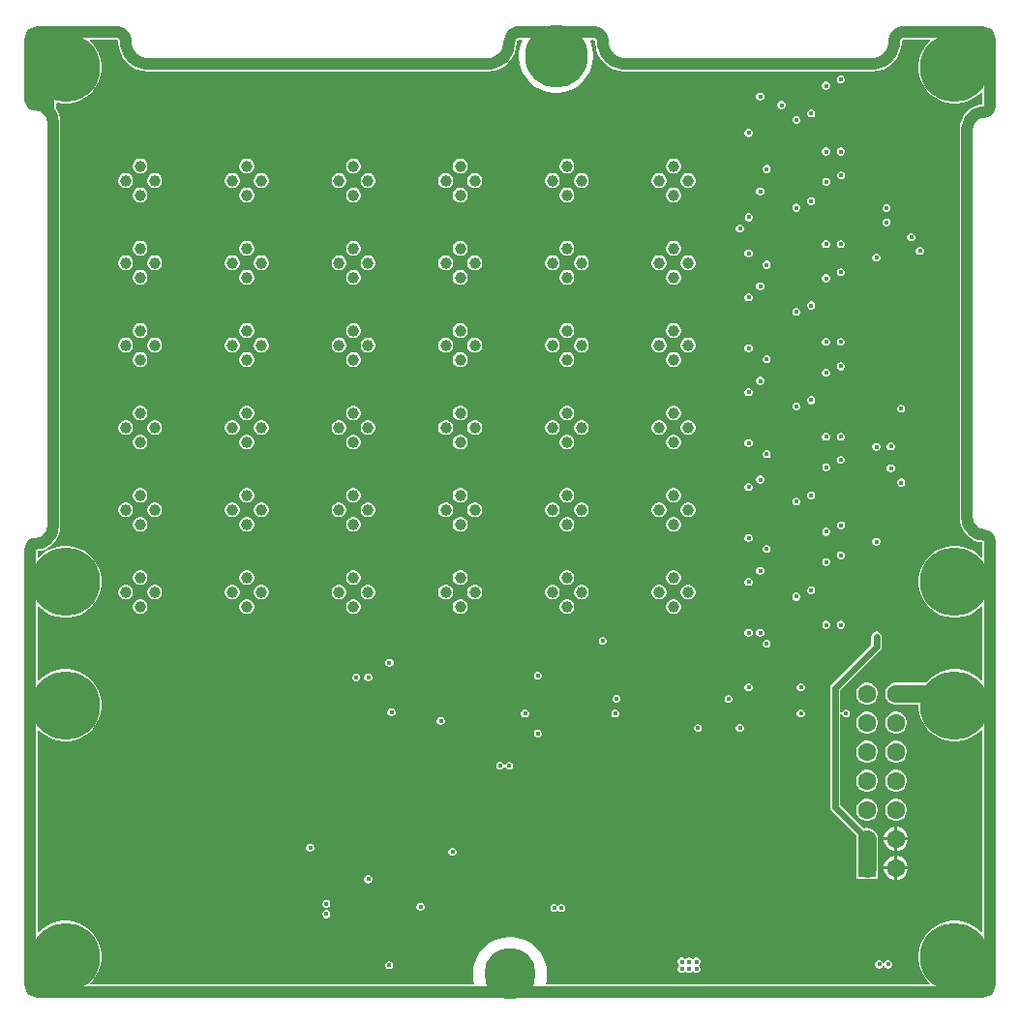
<source format=gbr>
G04*
G04 #@! TF.GenerationSoftware,Altium Limited,Altium Designer,24.1.2 (44)*
G04*
G04 Layer_Physical_Order=2*
G04 Layer_Color=36540*
%FSLAX44Y44*%
%MOMM*%
G71*
G04*
G04 #@! TF.SameCoordinates,E5F7653D-5FC0-4154-B66B-F321A2D7D9BC*
G04*
G04*
G04 #@! TF.FilePolarity,Positive*
G04*
G01*
G75*
%ADD14C,1.0000*%
%ADD29C,0.6000*%
%ADD34C,0.6000*%
%ADD35C,4.5000*%
%ADD36C,0.9000*%
%ADD37C,5.5000*%
%ADD38C,1.2000*%
%ADD39C,6.0000*%
%ADD40C,1.0000*%
%ADD41C,1.6000*%
%ADD42R,1.6000X1.6000*%
%ADD43C,0.4000*%
%ADD44C,1.6000*%
%ADD45R,3.5136X1.6025*%
%ADD46R,1.8813X6.5399*%
%ADD47R,2.5400X2.0320*%
%ADD48R,2.6922X3.0920*%
%ADD49R,2.4186X2.5967*%
G36*
X792586Y837134D02*
X789973Y834521D01*
X787059Y830510D01*
X784808Y826092D01*
X783276Y821376D01*
X782500Y816479D01*
Y811521D01*
X783276Y806624D01*
X784808Y801908D01*
X787059Y797490D01*
X789973Y793479D01*
X793479Y789973D01*
X797490Y787059D01*
X801908Y784808D01*
X806624Y783276D01*
X811521Y782500D01*
X816479D01*
X821376Y783276D01*
X826092Y784808D01*
X830510Y787059D01*
X834521Y789973D01*
X837134Y792586D01*
X838404Y792060D01*
Y781487D01*
X835778Y781228D01*
X831718Y779997D01*
X827976Y777997D01*
X824696Y775305D01*
X822004Y772025D01*
X820004Y768283D01*
X818773Y764223D01*
X818363Y760062D01*
X818363D01*
X818404Y758810D01*
Y420000D01*
X818356D01*
X818772Y415777D01*
X820003Y411717D01*
X822003Y407975D01*
X824695Y404695D01*
X827975Y402004D01*
X831717Y400003D01*
X835777Y398772D01*
X838404Y398513D01*
Y385940D01*
X837134Y385414D01*
X834521Y388027D01*
X830510Y390941D01*
X826092Y393192D01*
X821376Y394724D01*
X816479Y395500D01*
X811521D01*
X806624Y394724D01*
X801908Y393192D01*
X797490Y390941D01*
X793479Y388027D01*
X789973Y384521D01*
X787059Y380510D01*
X784808Y376092D01*
X783276Y371376D01*
X782500Y366479D01*
Y361521D01*
X783276Y356624D01*
X784808Y351908D01*
X787059Y347490D01*
X789973Y343479D01*
X793479Y339973D01*
X797490Y337059D01*
X801908Y334808D01*
X806624Y333276D01*
X811521Y332500D01*
X816479D01*
X821376Y333276D01*
X826092Y334808D01*
X830510Y337059D01*
X834521Y339973D01*
X837134Y342586D01*
X838404Y342060D01*
X838404Y277940D01*
X837134Y277414D01*
X834521Y280027D01*
X830510Y282941D01*
X826092Y285192D01*
X821376Y286724D01*
X816479Y287500D01*
X811521D01*
X806624Y286724D01*
X801908Y285192D01*
X797490Y282941D01*
X793479Y280027D01*
X789973Y276521D01*
X789416Y275754D01*
X762700D01*
X762569Y275700D01*
X761449D01*
X759033Y275053D01*
X756867Y273802D01*
X755098Y272033D01*
X753847Y269867D01*
X753200Y267451D01*
Y264949D01*
X753847Y262533D01*
X755098Y260367D01*
X756867Y258598D01*
X759033Y257347D01*
X761449Y256700D01*
X762173D01*
X762700Y256482D01*
X782500D01*
Y253521D01*
X783276Y248624D01*
X784808Y243908D01*
X787059Y239490D01*
X789973Y235479D01*
X793479Y231973D01*
X797490Y229059D01*
X801908Y226808D01*
X806624Y225276D01*
X811521Y224500D01*
X816479D01*
X821376Y225276D01*
X826092Y226808D01*
X830510Y229059D01*
X834521Y231973D01*
X837134Y234586D01*
X838404Y234060D01*
X838404Y57940D01*
X837134Y57414D01*
X834521Y60027D01*
X830510Y62941D01*
X826092Y65192D01*
X821376Y66724D01*
X816479Y67500D01*
X811521D01*
X806624Y66724D01*
X801908Y65192D01*
X797490Y62941D01*
X793479Y60027D01*
X789973Y56521D01*
X787059Y52510D01*
X784808Y48092D01*
X783276Y43376D01*
X782500Y38479D01*
Y33521D01*
X783276Y28624D01*
X784808Y23908D01*
X787059Y19490D01*
X789973Y15479D01*
X792586Y12866D01*
X792060Y11596D01*
X456997Y11596D01*
X456224Y12604D01*
X456780Y14678D01*
X457333Y18881D01*
Y23119D01*
X456780Y27322D01*
X455683Y31416D01*
X454061Y35331D01*
X451942Y39002D01*
X449362Y42365D01*
X446365Y45362D01*
X443002Y47942D01*
X439331Y50061D01*
X435416Y51683D01*
X431321Y52780D01*
X427119Y53334D01*
X422881D01*
X418679Y52780D01*
X414584Y51683D01*
X410668Y50061D01*
X406998Y47942D01*
X403635Y45362D01*
X400638Y42365D01*
X398058Y39002D01*
X395939Y35331D01*
X394317Y31416D01*
X393220Y27322D01*
X392666Y23119D01*
Y18881D01*
X393220Y14678D01*
X393776Y12604D01*
X393003Y11596D01*
X57940Y11596D01*
X57414Y12866D01*
X60027Y15479D01*
X62941Y19490D01*
X65192Y23908D01*
X66724Y28624D01*
X67500Y33521D01*
Y38479D01*
X66724Y43376D01*
X65192Y48092D01*
X62941Y52510D01*
X60027Y56521D01*
X56521Y60027D01*
X52510Y62941D01*
X48092Y65192D01*
X43376Y66724D01*
X38479Y67500D01*
X33521D01*
X28624Y66724D01*
X23908Y65192D01*
X19490Y62941D01*
X15479Y60027D01*
X12866Y57414D01*
X11596Y57940D01*
X11596Y234060D01*
X12866Y234586D01*
X15479Y231973D01*
X19490Y229059D01*
X23908Y226808D01*
X28624Y225276D01*
X33521Y224500D01*
X38479D01*
X43376Y225276D01*
X48092Y226808D01*
X52510Y229059D01*
X56521Y231973D01*
X60027Y235479D01*
X62941Y239490D01*
X65192Y243908D01*
X66724Y248624D01*
X67500Y253521D01*
Y258479D01*
X66724Y263376D01*
X65192Y268092D01*
X62941Y272510D01*
X60027Y276521D01*
X56521Y280027D01*
X52510Y282941D01*
X48092Y285192D01*
X43376Y286724D01*
X38479Y287500D01*
X33521D01*
X28624Y286724D01*
X23908Y285192D01*
X19490Y282941D01*
X15479Y280027D01*
X12866Y277414D01*
X11596Y277940D01*
Y342060D01*
X12866Y342586D01*
X15479Y339973D01*
X19490Y337059D01*
X23908Y334808D01*
X28624Y333276D01*
X33521Y332500D01*
X38479D01*
X43376Y333276D01*
X48092Y334808D01*
X52510Y337059D01*
X56521Y339973D01*
X60027Y343479D01*
X62941Y347490D01*
X65192Y351908D01*
X66724Y356624D01*
X67500Y361521D01*
Y366479D01*
X66724Y371376D01*
X65192Y376092D01*
X62941Y380510D01*
X60027Y384521D01*
X56521Y388027D01*
X52510Y390941D01*
X48092Y393192D01*
X43376Y394724D01*
X38479Y395500D01*
X33521D01*
X28624Y394724D01*
X23908Y393192D01*
X19490Y390941D01*
X15479Y388027D01*
X12866Y385414D01*
X11596Y385940D01*
Y390943D01*
X14223Y391202D01*
X18283Y392433D01*
X22025Y394434D01*
X25305Y397125D01*
X27997Y400405D01*
X29997Y404147D01*
X31228Y408207D01*
X31644Y412430D01*
X31596D01*
Y766130D01*
X31644D01*
X31228Y770353D01*
X29997Y774413D01*
X28056Y778043D01*
Y782247D01*
X29326Y783164D01*
X33521Y782500D01*
X38479D01*
X43376Y783276D01*
X48092Y784808D01*
X52510Y787059D01*
X56521Y789973D01*
X60027Y793479D01*
X62941Y797490D01*
X65192Y801908D01*
X66724Y806624D01*
X67500Y811521D01*
Y816479D01*
X66724Y821376D01*
X65192Y826092D01*
X62941Y830510D01*
X60027Y834521D01*
X57414Y837134D01*
X57940Y838404D01*
X78733Y838404D01*
X80003Y838378D01*
X80003Y838378D01*
X80910Y838198D01*
X81682Y837682D01*
X82039Y837147D01*
X82336Y836000D01*
X82337Y836000D01*
X82830Y830993D01*
X84290Y826179D01*
X86662Y821742D01*
X89853Y817853D01*
X93742Y814661D01*
X98179Y812290D01*
X102993Y810830D01*
X108000Y810337D01*
Y810404D01*
X405300D01*
Y810337D01*
X410307Y810830D01*
X415121Y812290D01*
X419558Y814661D01*
X423447Y817853D01*
X426638Y821742D01*
X429010Y826179D01*
X430470Y830993D01*
X430964Y836000D01*
X430964D01*
X431261Y837147D01*
X431618Y837682D01*
X432390Y838198D01*
X433300Y838379D01*
Y838404D01*
X434894D01*
X435743Y837134D01*
X434617Y834416D01*
X433520Y830322D01*
X432966Y826119D01*
Y821881D01*
X433520Y817679D01*
X434617Y813584D01*
X436239Y809669D01*
X438358Y805998D01*
X440938Y802635D01*
X443935Y799638D01*
X447298Y797058D01*
X450969Y794939D01*
X454884Y793317D01*
X458979Y792220D01*
X463181Y791666D01*
X467419D01*
X471622Y792220D01*
X475716Y793317D01*
X479632Y794939D01*
X483302Y797058D01*
X486665Y799638D01*
X489662Y802635D01*
X492242Y805998D01*
X494361Y809669D01*
X495983Y813584D01*
X497080Y817679D01*
X497634Y821881D01*
Y826119D01*
X497080Y830322D01*
X495983Y834416D01*
X494857Y837134D01*
X495706Y838404D01*
X497300D01*
Y838379D01*
X498210Y838198D01*
X498982Y837682D01*
X499339Y837147D01*
X499636Y836000D01*
X499636Y836000D01*
X500130Y830993D01*
X501590Y826179D01*
X503961Y821742D01*
X507153Y817853D01*
X511042Y814661D01*
X515479Y812290D01*
X520293Y810830D01*
X525300Y810337D01*
Y810404D01*
X742000D01*
Y810337D01*
X747007Y810830D01*
X751821Y812290D01*
X756258Y814661D01*
X760147Y817853D01*
X763338Y821742D01*
X765710Y826179D01*
X767170Y830993D01*
X767663Y836000D01*
X767664D01*
X767961Y837147D01*
X768318Y837682D01*
X769090Y838198D01*
X770000Y838379D01*
Y838404D01*
X792060D01*
X792586Y837134D01*
D02*
G37*
%LPC*%
G36*
X715211Y807014D02*
X713819D01*
X712532Y806481D01*
X711548Y805497D01*
X711015Y804211D01*
Y802818D01*
X711548Y801532D01*
X712532Y800547D01*
X713819Y800014D01*
X715211D01*
X716498Y800547D01*
X717482Y801532D01*
X718015Y802818D01*
Y804211D01*
X717482Y805497D01*
X716498Y806481D01*
X715211Y807014D01*
D02*
G37*
G36*
X702211Y801489D02*
X700819D01*
X699532Y800956D01*
X698548Y799972D01*
X698015Y798685D01*
Y797293D01*
X698548Y796006D01*
X699532Y795022D01*
X700819Y794489D01*
X702211D01*
X703498Y795022D01*
X704482Y796006D01*
X705015Y797293D01*
Y798685D01*
X704482Y799972D01*
X703498Y800956D01*
X702211Y801489D01*
D02*
G37*
G36*
X644586Y792046D02*
X643194D01*
X641907Y791513D01*
X640923Y790529D01*
X640390Y789242D01*
Y787850D01*
X640923Y786563D01*
X641907Y785579D01*
X643194Y785046D01*
X644586D01*
X645873Y785579D01*
X646857Y786563D01*
X647390Y787850D01*
Y789242D01*
X646857Y790529D01*
X645873Y791513D01*
X644586Y792046D01*
D02*
G37*
G36*
X663211Y784550D02*
X661819D01*
X660532Y784017D01*
X659548Y783033D01*
X659015Y781746D01*
Y780354D01*
X659548Y779067D01*
X660532Y778083D01*
X661819Y777550D01*
X663211D01*
X664498Y778083D01*
X665482Y779067D01*
X666015Y780354D01*
Y781746D01*
X665482Y783033D01*
X664498Y784017D01*
X663211Y784550D01*
D02*
G37*
G36*
X689211Y777148D02*
X687819D01*
X686532Y776616D01*
X685548Y775631D01*
X685015Y774344D01*
Y772952D01*
X685548Y771666D01*
X686532Y770681D01*
X687819Y770148D01*
X689211D01*
X690498Y770681D01*
X691482Y771666D01*
X692015Y772952D01*
Y774344D01*
X691482Y775631D01*
X690498Y776616D01*
X689211Y777148D01*
D02*
G37*
G36*
X676211Y771581D02*
X674819D01*
X673532Y771049D01*
X672548Y770064D01*
X672015Y768778D01*
Y767385D01*
X672548Y766099D01*
X673532Y765114D01*
X674819Y764582D01*
X676211D01*
X677498Y765114D01*
X678482Y766099D01*
X679015Y767385D01*
Y768778D01*
X678482Y770064D01*
X677498Y771049D01*
X676211Y771581D01*
D02*
G37*
G36*
X634426Y760042D02*
X633034D01*
X631747Y759509D01*
X630763Y758525D01*
X630230Y757238D01*
Y755846D01*
X630763Y754559D01*
X631747Y753575D01*
X633034Y753042D01*
X634426D01*
X635713Y753575D01*
X636697Y754559D01*
X637230Y755846D01*
Y757238D01*
X636697Y758525D01*
X635713Y759509D01*
X634426Y760042D01*
D02*
G37*
G36*
X715211Y743910D02*
X713819D01*
X712532Y743377D01*
X711548Y742393D01*
X711015Y741106D01*
Y739714D01*
X711548Y738427D01*
X712532Y737443D01*
X713819Y736910D01*
X715211D01*
X716498Y737443D01*
X717482Y738427D01*
X718015Y739714D01*
Y741106D01*
X717482Y742393D01*
X716498Y743377D01*
X715211Y743910D01*
D02*
G37*
G36*
X702211D02*
X700819D01*
X699532Y743377D01*
X698548Y742393D01*
X698015Y741106D01*
Y739714D01*
X698548Y738427D01*
X699532Y737443D01*
X700819Y736910D01*
X702211D01*
X703498Y737443D01*
X704482Y738427D01*
X705015Y739714D01*
Y741106D01*
X704482Y742393D01*
X703498Y743377D01*
X702211Y743910D01*
D02*
G37*
G36*
X650211Y728670D02*
X648819D01*
X647532Y728137D01*
X646548Y727153D01*
X646015Y725866D01*
Y724474D01*
X646548Y723187D01*
X647532Y722203D01*
X648819Y721670D01*
X650211D01*
X651498Y722203D01*
X652482Y723187D01*
X653015Y724474D01*
Y725866D01*
X652482Y727153D01*
X651498Y728137D01*
X650211Y728670D01*
D02*
G37*
G36*
X568956Y734200D02*
X567244D01*
X565591Y733757D01*
X564109Y732901D01*
X562899Y731691D01*
X562043Y730209D01*
X561600Y728556D01*
Y726844D01*
X562043Y725191D01*
X562899Y723709D01*
X564109Y722499D01*
X565591Y721643D01*
X567244Y721200D01*
X568956D01*
X570609Y721643D01*
X572091Y722499D01*
X573301Y723709D01*
X574157Y725191D01*
X574600Y726844D01*
Y728556D01*
X574157Y730209D01*
X573301Y731691D01*
X572091Y732901D01*
X570609Y733757D01*
X568956Y734200D01*
D02*
G37*
G36*
X475616D02*
X473904D01*
X472251Y733757D01*
X470769Y732901D01*
X469559Y731691D01*
X468703Y730209D01*
X468260Y728556D01*
Y726844D01*
X468703Y725191D01*
X469559Y723709D01*
X470769Y722499D01*
X472251Y721643D01*
X473904Y721200D01*
X475616D01*
X477269Y721643D01*
X478751Y722499D01*
X479961Y723709D01*
X480817Y725191D01*
X481260Y726844D01*
Y728556D01*
X480817Y730209D01*
X479961Y731691D01*
X478751Y732901D01*
X477269Y733757D01*
X475616Y734200D01*
D02*
G37*
G36*
X382276D02*
X380564D01*
X378911Y733757D01*
X377429Y732901D01*
X376219Y731691D01*
X375363Y730209D01*
X374920Y728556D01*
Y726844D01*
X375363Y725191D01*
X376219Y723709D01*
X377429Y722499D01*
X378911Y721643D01*
X380564Y721200D01*
X382276D01*
X383929Y721643D01*
X385411Y722499D01*
X386621Y723709D01*
X387477Y725191D01*
X387920Y726844D01*
Y728556D01*
X387477Y730209D01*
X386621Y731691D01*
X385411Y732901D01*
X383929Y733757D01*
X382276Y734200D01*
D02*
G37*
G36*
X288936D02*
X287224D01*
X285571Y733757D01*
X284089Y732901D01*
X282879Y731691D01*
X282023Y730209D01*
X281580Y728556D01*
Y726844D01*
X282023Y725191D01*
X282879Y723709D01*
X284089Y722499D01*
X285571Y721643D01*
X287224Y721200D01*
X288936D01*
X290589Y721643D01*
X292071Y722499D01*
X293281Y723709D01*
X294137Y725191D01*
X294580Y726844D01*
Y728556D01*
X294137Y730209D01*
X293281Y731691D01*
X292071Y732901D01*
X290589Y733757D01*
X288936Y734200D01*
D02*
G37*
G36*
X195596D02*
X193884D01*
X192231Y733757D01*
X190749Y732901D01*
X189539Y731691D01*
X188683Y730209D01*
X188240Y728556D01*
Y726844D01*
X188683Y725191D01*
X189539Y723709D01*
X190749Y722499D01*
X192231Y721643D01*
X193884Y721200D01*
X195596D01*
X197249Y721643D01*
X198731Y722499D01*
X199941Y723709D01*
X200797Y725191D01*
X201240Y726844D01*
Y728556D01*
X200797Y730209D01*
X199941Y731691D01*
X198731Y732901D01*
X197249Y733757D01*
X195596Y734200D01*
D02*
G37*
G36*
X102256D02*
X100544D01*
X98891Y733757D01*
X97409Y732901D01*
X96199Y731691D01*
X95343Y730209D01*
X94900Y728556D01*
Y726844D01*
X95343Y725191D01*
X96199Y723709D01*
X97409Y722499D01*
X98891Y721643D01*
X100544Y721200D01*
X102256D01*
X103909Y721643D01*
X105391Y722499D01*
X106601Y723709D01*
X107457Y725191D01*
X107900Y726844D01*
Y728556D01*
X107457Y730209D01*
X106601Y731691D01*
X105391Y732901D01*
X103909Y733757D01*
X102256Y734200D01*
D02*
G37*
G36*
X715298Y723085D02*
X713906D01*
X712620Y722552D01*
X711635Y721567D01*
X711102Y720281D01*
Y718889D01*
X711635Y717602D01*
X712620Y716618D01*
X713906Y716085D01*
X715298D01*
X716585Y716618D01*
X717569Y717602D01*
X718102Y718889D01*
Y720281D01*
X717569Y721567D01*
X716585Y722552D01*
X715298Y723085D01*
D02*
G37*
G36*
X702312Y717450D02*
X700920D01*
X699633Y716917D01*
X698649Y715932D01*
X698116Y714646D01*
Y713253D01*
X698649Y711967D01*
X699633Y710983D01*
X700920Y710450D01*
X702312D01*
X703599Y710983D01*
X704583Y711967D01*
X705116Y713253D01*
Y714646D01*
X704583Y715932D01*
X703599Y716917D01*
X702312Y717450D01*
D02*
G37*
G36*
X581656Y721500D02*
X579944D01*
X578291Y721057D01*
X576809Y720201D01*
X575599Y718991D01*
X574743Y717509D01*
X574300Y715856D01*
Y714144D01*
X574743Y712491D01*
X575599Y711009D01*
X576809Y709799D01*
X578291Y708943D01*
X579944Y708500D01*
X581656D01*
X583309Y708943D01*
X584791Y709799D01*
X586001Y711009D01*
X586857Y712491D01*
X587300Y714144D01*
Y715856D01*
X586857Y717509D01*
X586001Y718991D01*
X584791Y720201D01*
X583309Y721057D01*
X581656Y721500D01*
D02*
G37*
G36*
X556256D02*
X554544D01*
X552891Y721057D01*
X551409Y720201D01*
X550199Y718991D01*
X549343Y717509D01*
X548900Y715856D01*
Y714144D01*
X549343Y712491D01*
X550199Y711009D01*
X551409Y709799D01*
X552891Y708943D01*
X554544Y708500D01*
X556256D01*
X557909Y708943D01*
X559391Y709799D01*
X560601Y711009D01*
X561457Y712491D01*
X561900Y714144D01*
Y715856D01*
X561457Y717509D01*
X560601Y718991D01*
X559391Y720201D01*
X557909Y721057D01*
X556256Y721500D01*
D02*
G37*
G36*
X488316D02*
X486604D01*
X484951Y721057D01*
X483469Y720201D01*
X482259Y718991D01*
X481403Y717509D01*
X480960Y715856D01*
Y714144D01*
X481403Y712491D01*
X482259Y711009D01*
X483469Y709799D01*
X484951Y708943D01*
X486604Y708500D01*
X488316D01*
X489969Y708943D01*
X491451Y709799D01*
X492661Y711009D01*
X493517Y712491D01*
X493960Y714144D01*
Y715856D01*
X493517Y717509D01*
X492661Y718991D01*
X491451Y720201D01*
X489969Y721057D01*
X488316Y721500D01*
D02*
G37*
G36*
X462916D02*
X461204D01*
X459551Y721057D01*
X458069Y720201D01*
X456859Y718991D01*
X456003Y717509D01*
X455560Y715856D01*
Y714144D01*
X456003Y712491D01*
X456859Y711009D01*
X458069Y709799D01*
X459551Y708943D01*
X461204Y708500D01*
X462916D01*
X464569Y708943D01*
X466051Y709799D01*
X467261Y711009D01*
X468117Y712491D01*
X468560Y714144D01*
Y715856D01*
X468117Y717509D01*
X467261Y718991D01*
X466051Y720201D01*
X464569Y721057D01*
X462916Y721500D01*
D02*
G37*
G36*
X394976D02*
X393264D01*
X391611Y721057D01*
X390129Y720201D01*
X388919Y718991D01*
X388063Y717509D01*
X387620Y715856D01*
Y714144D01*
X388063Y712491D01*
X388919Y711009D01*
X390129Y709799D01*
X391611Y708943D01*
X393264Y708500D01*
X394976D01*
X396629Y708943D01*
X398111Y709799D01*
X399321Y711009D01*
X400177Y712491D01*
X400620Y714144D01*
Y715856D01*
X400177Y717509D01*
X399321Y718991D01*
X398111Y720201D01*
X396629Y721057D01*
X394976Y721500D01*
D02*
G37*
G36*
X369576D02*
X367864D01*
X366211Y721057D01*
X364729Y720201D01*
X363519Y718991D01*
X362663Y717509D01*
X362220Y715856D01*
Y714144D01*
X362663Y712491D01*
X363519Y711009D01*
X364729Y709799D01*
X366211Y708943D01*
X367864Y708500D01*
X369576D01*
X371229Y708943D01*
X372711Y709799D01*
X373921Y711009D01*
X374777Y712491D01*
X375220Y714144D01*
Y715856D01*
X374777Y717509D01*
X373921Y718991D01*
X372711Y720201D01*
X371229Y721057D01*
X369576Y721500D01*
D02*
G37*
G36*
X301636D02*
X299924D01*
X298271Y721057D01*
X296789Y720201D01*
X295579Y718991D01*
X294723Y717509D01*
X294280Y715856D01*
Y714144D01*
X294723Y712491D01*
X295579Y711009D01*
X296789Y709799D01*
X298271Y708943D01*
X299924Y708500D01*
X301636D01*
X303289Y708943D01*
X304771Y709799D01*
X305981Y711009D01*
X306837Y712491D01*
X307280Y714144D01*
Y715856D01*
X306837Y717509D01*
X305981Y718991D01*
X304771Y720201D01*
X303289Y721057D01*
X301636Y721500D01*
D02*
G37*
G36*
X276236D02*
X274524D01*
X272871Y721057D01*
X271389Y720201D01*
X270179Y718991D01*
X269323Y717509D01*
X268880Y715856D01*
Y714144D01*
X269323Y712491D01*
X270179Y711009D01*
X271389Y709799D01*
X272871Y708943D01*
X274524Y708500D01*
X276236D01*
X277889Y708943D01*
X279371Y709799D01*
X280581Y711009D01*
X281437Y712491D01*
X281880Y714144D01*
Y715856D01*
X281437Y717509D01*
X280581Y718991D01*
X279371Y720201D01*
X277889Y721057D01*
X276236Y721500D01*
D02*
G37*
G36*
X208296D02*
X206584D01*
X204931Y721057D01*
X203449Y720201D01*
X202239Y718991D01*
X201383Y717509D01*
X200940Y715856D01*
Y714144D01*
X201383Y712491D01*
X202239Y711009D01*
X203449Y709799D01*
X204931Y708943D01*
X206584Y708500D01*
X208296D01*
X209949Y708943D01*
X211431Y709799D01*
X212641Y711009D01*
X213497Y712491D01*
X213940Y714144D01*
Y715856D01*
X213497Y717509D01*
X212641Y718991D01*
X211431Y720201D01*
X209949Y721057D01*
X208296Y721500D01*
D02*
G37*
G36*
X182896D02*
X181184D01*
X179531Y721057D01*
X178049Y720201D01*
X176839Y718991D01*
X175983Y717509D01*
X175540Y715856D01*
Y714144D01*
X175983Y712491D01*
X176839Y711009D01*
X178049Y709799D01*
X179531Y708943D01*
X181184Y708500D01*
X182896D01*
X184549Y708943D01*
X186031Y709799D01*
X187241Y711009D01*
X188097Y712491D01*
X188540Y714144D01*
Y715856D01*
X188097Y717509D01*
X187241Y718991D01*
X186031Y720201D01*
X184549Y721057D01*
X182896Y721500D01*
D02*
G37*
G36*
X114956D02*
X113244D01*
X111591Y721057D01*
X110109Y720201D01*
X108899Y718991D01*
X108043Y717509D01*
X107600Y715856D01*
Y714144D01*
X108043Y712491D01*
X108899Y711009D01*
X110109Y709799D01*
X111591Y708943D01*
X113244Y708500D01*
X114956D01*
X116609Y708943D01*
X118091Y709799D01*
X119301Y711009D01*
X120157Y712491D01*
X120600Y714144D01*
Y715856D01*
X120157Y717509D01*
X119301Y718991D01*
X118091Y720201D01*
X116609Y721057D01*
X114956Y721500D01*
D02*
G37*
G36*
X89556D02*
X87844D01*
X86191Y721057D01*
X84709Y720201D01*
X83499Y718991D01*
X82643Y717509D01*
X82200Y715856D01*
Y714144D01*
X82643Y712491D01*
X83499Y711009D01*
X84709Y709799D01*
X86191Y708943D01*
X87844Y708500D01*
X89556D01*
X91209Y708943D01*
X92691Y709799D01*
X93901Y711009D01*
X94757Y712491D01*
X95200Y714144D01*
Y715856D01*
X94757Y717509D01*
X93901Y718991D01*
X92691Y720201D01*
X91209Y721057D01*
X89556Y721500D01*
D02*
G37*
G36*
X644586Y709063D02*
X643194D01*
X641907Y708531D01*
X640923Y707546D01*
X640390Y706260D01*
Y704867D01*
X640923Y703581D01*
X641907Y702596D01*
X643194Y702064D01*
X644586D01*
X645873Y702596D01*
X646857Y703581D01*
X647390Y704867D01*
Y706260D01*
X646857Y707546D01*
X645873Y708531D01*
X644586Y709063D01*
D02*
G37*
G36*
X568956Y708800D02*
X567244D01*
X565591Y708357D01*
X564109Y707501D01*
X562899Y706291D01*
X562043Y704809D01*
X561600Y703156D01*
Y701444D01*
X562043Y699791D01*
X562899Y698309D01*
X564109Y697099D01*
X565591Y696243D01*
X567244Y695800D01*
X568956D01*
X570609Y696243D01*
X572091Y697099D01*
X573301Y698309D01*
X574157Y699791D01*
X574600Y701444D01*
Y703156D01*
X574157Y704809D01*
X573301Y706291D01*
X572091Y707501D01*
X570609Y708357D01*
X568956Y708800D01*
D02*
G37*
G36*
X475616D02*
X473904D01*
X472251Y708357D01*
X470769Y707501D01*
X469559Y706291D01*
X468703Y704809D01*
X468260Y703156D01*
Y701444D01*
X468703Y699791D01*
X469559Y698309D01*
X470769Y697099D01*
X472251Y696243D01*
X473904Y695800D01*
X475616D01*
X477269Y696243D01*
X478751Y697099D01*
X479961Y698309D01*
X480817Y699791D01*
X481260Y701444D01*
Y703156D01*
X480817Y704809D01*
X479961Y706291D01*
X478751Y707501D01*
X477269Y708357D01*
X475616Y708800D01*
D02*
G37*
G36*
X382276D02*
X380564D01*
X378911Y708357D01*
X377429Y707501D01*
X376219Y706291D01*
X375363Y704809D01*
X374920Y703156D01*
Y701444D01*
X375363Y699791D01*
X376219Y698309D01*
X377429Y697099D01*
X378911Y696243D01*
X380564Y695800D01*
X382276D01*
X383929Y696243D01*
X385411Y697099D01*
X386621Y698309D01*
X387477Y699791D01*
X387920Y701444D01*
Y703156D01*
X387477Y704809D01*
X386621Y706291D01*
X385411Y707501D01*
X383929Y708357D01*
X382276Y708800D01*
D02*
G37*
G36*
X288936D02*
X287224D01*
X285571Y708357D01*
X284089Y707501D01*
X282879Y706291D01*
X282023Y704809D01*
X281580Y703156D01*
Y701444D01*
X282023Y699791D01*
X282879Y698309D01*
X284089Y697099D01*
X285571Y696243D01*
X287224Y695800D01*
X288936D01*
X290589Y696243D01*
X292071Y697099D01*
X293281Y698309D01*
X294137Y699791D01*
X294580Y701444D01*
Y703156D01*
X294137Y704809D01*
X293281Y706291D01*
X292071Y707501D01*
X290589Y708357D01*
X288936Y708800D01*
D02*
G37*
G36*
X195596D02*
X193884D01*
X192231Y708357D01*
X190749Y707501D01*
X189539Y706291D01*
X188683Y704809D01*
X188240Y703156D01*
Y701444D01*
X188683Y699791D01*
X189539Y698309D01*
X190749Y697099D01*
X192231Y696243D01*
X193884Y695800D01*
X195596D01*
X197249Y696243D01*
X198731Y697099D01*
X199941Y698309D01*
X200797Y699791D01*
X201240Y701444D01*
Y703156D01*
X200797Y704809D01*
X199941Y706291D01*
X198731Y707501D01*
X197249Y708357D01*
X195596Y708800D01*
D02*
G37*
G36*
X102256D02*
X100544D01*
X98891Y708357D01*
X97409Y707501D01*
X96199Y706291D01*
X95343Y704809D01*
X94900Y703156D01*
Y701444D01*
X95343Y699791D01*
X96199Y698309D01*
X97409Y697099D01*
X98891Y696243D01*
X100544Y695800D01*
X102256D01*
X103909Y696243D01*
X105391Y697099D01*
X106601Y698309D01*
X107457Y699791D01*
X107900Y701444D01*
Y703156D01*
X107457Y704809D01*
X106601Y706291D01*
X105391Y707501D01*
X103909Y708357D01*
X102256Y708800D01*
D02*
G37*
G36*
X689191Y700483D02*
X687798D01*
X686512Y699950D01*
X685527Y698966D01*
X684994Y697679D01*
Y696287D01*
X685527Y695001D01*
X686512Y694016D01*
X687798Y693483D01*
X689191D01*
X690477Y694016D01*
X691461Y695001D01*
X691994Y696287D01*
Y697679D01*
X691461Y698966D01*
X690477Y699950D01*
X689191Y700483D01*
D02*
G37*
G36*
X676256Y694758D02*
X674863D01*
X673577Y694225D01*
X672592Y693241D01*
X672059Y691954D01*
Y690562D01*
X672592Y689275D01*
X673577Y688291D01*
X674863Y687758D01*
X676256D01*
X677542Y688291D01*
X678527Y689275D01*
X679059Y690562D01*
Y691954D01*
X678527Y693241D01*
X677542Y694225D01*
X676256Y694758D01*
D02*
G37*
G36*
X755076Y694480D02*
X753684D01*
X752397Y693947D01*
X751413Y692963D01*
X750880Y691676D01*
Y690284D01*
X751413Y688998D01*
X752397Y688013D01*
X753684Y687480D01*
X755076D01*
X756363Y688013D01*
X757347Y688998D01*
X757880Y690284D01*
Y691676D01*
X757347Y692963D01*
X756363Y693947D01*
X755076Y694480D01*
D02*
G37*
G36*
X634536Y686440D02*
X633144D01*
X631857Y685907D01*
X630873Y684923D01*
X630340Y683636D01*
Y682244D01*
X630873Y680957D01*
X631857Y679973D01*
X633144Y679440D01*
X634536D01*
X635822Y679973D01*
X636807Y680957D01*
X637340Y682244D01*
Y683636D01*
X636807Y684923D01*
X635822Y685907D01*
X634536Y686440D01*
D02*
G37*
G36*
X755076Y681980D02*
X753684D01*
X752397Y681447D01*
X751413Y680463D01*
X750880Y679176D01*
Y677784D01*
X751413Y676498D01*
X752397Y675513D01*
X753684Y674980D01*
X755076D01*
X756363Y675513D01*
X757347Y676498D01*
X757880Y677784D01*
Y679176D01*
X757347Y680463D01*
X756363Y681447D01*
X755076Y681980D01*
D02*
G37*
G36*
X626806Y676600D02*
X625414D01*
X624127Y676067D01*
X623143Y675083D01*
X622610Y673796D01*
Y672404D01*
X623143Y671117D01*
X624127Y670133D01*
X625414Y669600D01*
X626806D01*
X628092Y670133D01*
X629077Y671117D01*
X629610Y672404D01*
Y673796D01*
X629077Y675083D01*
X628092Y676067D01*
X626806Y676600D01*
D02*
G37*
G36*
X776666Y668980D02*
X775274D01*
X773987Y668447D01*
X773003Y667463D01*
X772470Y666176D01*
Y664784D01*
X773003Y663497D01*
X773987Y662513D01*
X775274Y661980D01*
X776666D01*
X777953Y662513D01*
X778937Y663497D01*
X779470Y664784D01*
Y666176D01*
X778937Y667463D01*
X777953Y668447D01*
X776666Y668980D01*
D02*
G37*
G36*
X715211Y662869D02*
X713819D01*
X712532Y662337D01*
X711548Y661352D01*
X711015Y660066D01*
Y658673D01*
X711548Y657387D01*
X712532Y656402D01*
X713819Y655870D01*
X715211D01*
X716498Y656402D01*
X717482Y657387D01*
X718015Y658673D01*
Y660066D01*
X717482Y661352D01*
X716498Y662337D01*
X715211Y662869D01*
D02*
G37*
G36*
X702211D02*
X700819D01*
X699532Y662337D01*
X698548Y661352D01*
X698015Y660066D01*
Y658673D01*
X698548Y657387D01*
X699532Y656402D01*
X700819Y655870D01*
X702211D01*
X703498Y656402D01*
X704482Y657387D01*
X705015Y658673D01*
Y660066D01*
X704482Y661352D01*
X703498Y662337D01*
X702211Y662869D01*
D02*
G37*
G36*
X784286Y656980D02*
X782894D01*
X781607Y656447D01*
X780623Y655463D01*
X780090Y654176D01*
Y652784D01*
X780623Y651498D01*
X781607Y650513D01*
X782894Y649980D01*
X784286D01*
X785573Y650513D01*
X786557Y651498D01*
X787090Y652784D01*
Y654176D01*
X786557Y655463D01*
X785573Y656447D01*
X784286Y656980D01*
D02*
G37*
G36*
X568956Y662200D02*
X567244D01*
X565591Y661757D01*
X564109Y660901D01*
X562899Y659691D01*
X562043Y658209D01*
X561600Y656556D01*
Y654844D01*
X562043Y653191D01*
X562899Y651709D01*
X564109Y650499D01*
X565591Y649643D01*
X567244Y649200D01*
X568956D01*
X570609Y649643D01*
X572091Y650499D01*
X573301Y651709D01*
X574157Y653191D01*
X574600Y654844D01*
Y656556D01*
X574157Y658209D01*
X573301Y659691D01*
X572091Y660901D01*
X570609Y661757D01*
X568956Y662200D01*
D02*
G37*
G36*
X475616D02*
X473904D01*
X472251Y661757D01*
X470769Y660901D01*
X469559Y659691D01*
X468703Y658209D01*
X468260Y656556D01*
Y654844D01*
X468703Y653191D01*
X469559Y651709D01*
X470769Y650499D01*
X472251Y649643D01*
X473904Y649200D01*
X475616D01*
X477269Y649643D01*
X478751Y650499D01*
X479961Y651709D01*
X480817Y653191D01*
X481260Y654844D01*
Y656556D01*
X480817Y658209D01*
X479961Y659691D01*
X478751Y660901D01*
X477269Y661757D01*
X475616Y662200D01*
D02*
G37*
G36*
X382276D02*
X380564D01*
X378911Y661757D01*
X377429Y660901D01*
X376219Y659691D01*
X375363Y658209D01*
X374920Y656556D01*
Y654844D01*
X375363Y653191D01*
X376219Y651709D01*
X377429Y650499D01*
X378911Y649643D01*
X380564Y649200D01*
X382276D01*
X383929Y649643D01*
X385411Y650499D01*
X386621Y651709D01*
X387477Y653191D01*
X387920Y654844D01*
Y656556D01*
X387477Y658209D01*
X386621Y659691D01*
X385411Y660901D01*
X383929Y661757D01*
X382276Y662200D01*
D02*
G37*
G36*
X288936D02*
X287224D01*
X285571Y661757D01*
X284089Y660901D01*
X282879Y659691D01*
X282023Y658209D01*
X281580Y656556D01*
Y654844D01*
X282023Y653191D01*
X282879Y651709D01*
X284089Y650499D01*
X285571Y649643D01*
X287224Y649200D01*
X288936D01*
X290589Y649643D01*
X292071Y650499D01*
X293281Y651709D01*
X294137Y653191D01*
X294580Y654844D01*
Y656556D01*
X294137Y658209D01*
X293281Y659691D01*
X292071Y660901D01*
X290589Y661757D01*
X288936Y662200D01*
D02*
G37*
G36*
X195596D02*
X193884D01*
X192231Y661757D01*
X190749Y660901D01*
X189539Y659691D01*
X188683Y658209D01*
X188240Y656556D01*
Y654844D01*
X188683Y653191D01*
X189539Y651709D01*
X190749Y650499D01*
X192231Y649643D01*
X193884Y649200D01*
X195596D01*
X197249Y649643D01*
X198731Y650499D01*
X199941Y651709D01*
X200797Y653191D01*
X201240Y654844D01*
Y656556D01*
X200797Y658209D01*
X199941Y659691D01*
X198731Y660901D01*
X197249Y661757D01*
X195596Y662200D01*
D02*
G37*
G36*
X102256D02*
X100544D01*
X98891Y661757D01*
X97409Y660901D01*
X96199Y659691D01*
X95343Y658209D01*
X94900Y656556D01*
Y654844D01*
X95343Y653191D01*
X96199Y651709D01*
X97409Y650499D01*
X98891Y649643D01*
X100544Y649200D01*
X102256D01*
X103909Y649643D01*
X105391Y650499D01*
X106601Y651709D01*
X107457Y653191D01*
X107900Y654844D01*
Y656556D01*
X107457Y658209D01*
X106601Y659691D01*
X105391Y660901D01*
X103909Y661757D01*
X102256Y662200D01*
D02*
G37*
G36*
X634426Y654819D02*
X633034D01*
X631747Y654287D01*
X630763Y653302D01*
X630230Y652016D01*
Y650623D01*
X630763Y649337D01*
X631747Y648352D01*
X633034Y647820D01*
X634426D01*
X635713Y648352D01*
X636697Y649337D01*
X637230Y650623D01*
Y652016D01*
X636697Y653302D01*
X635713Y654287D01*
X634426Y654819D01*
D02*
G37*
G36*
X746186Y651200D02*
X744794D01*
X743507Y650667D01*
X742523Y649683D01*
X741990Y648396D01*
Y647004D01*
X742523Y645717D01*
X743507Y644733D01*
X744794Y644200D01*
X746186D01*
X747473Y644733D01*
X748457Y645717D01*
X748990Y647004D01*
Y648396D01*
X748457Y649683D01*
X747473Y650667D01*
X746186Y651200D01*
D02*
G37*
G36*
X650211Y644850D02*
X648819D01*
X647532Y644317D01*
X646548Y643333D01*
X646015Y642046D01*
Y640654D01*
X646548Y639367D01*
X647532Y638383D01*
X648819Y637850D01*
X650211D01*
X651498Y638383D01*
X652482Y639367D01*
X653015Y640654D01*
Y642046D01*
X652482Y643333D01*
X651498Y644317D01*
X650211Y644850D01*
D02*
G37*
G36*
X581656Y649500D02*
X579944D01*
X578291Y649057D01*
X576809Y648201D01*
X575599Y646991D01*
X574743Y645509D01*
X574300Y643856D01*
Y642144D01*
X574743Y640491D01*
X575599Y639009D01*
X576809Y637799D01*
X578291Y636943D01*
X579944Y636500D01*
X581656D01*
X583309Y636943D01*
X584791Y637799D01*
X586001Y639009D01*
X586857Y640491D01*
X587300Y642144D01*
Y643856D01*
X586857Y645509D01*
X586001Y646991D01*
X584791Y648201D01*
X583309Y649057D01*
X581656Y649500D01*
D02*
G37*
G36*
X556256D02*
X554544D01*
X552891Y649057D01*
X551409Y648201D01*
X550199Y646991D01*
X549343Y645509D01*
X548900Y643856D01*
Y642144D01*
X549343Y640491D01*
X550199Y639009D01*
X551409Y637799D01*
X552891Y636943D01*
X554544Y636500D01*
X556256D01*
X557909Y636943D01*
X559391Y637799D01*
X560601Y639009D01*
X561457Y640491D01*
X561900Y642144D01*
Y643856D01*
X561457Y645509D01*
X560601Y646991D01*
X559391Y648201D01*
X557909Y649057D01*
X556256Y649500D01*
D02*
G37*
G36*
X488316D02*
X486604D01*
X484951Y649057D01*
X483469Y648201D01*
X482259Y646991D01*
X481403Y645509D01*
X480960Y643856D01*
Y642144D01*
X481403Y640491D01*
X482259Y639009D01*
X483469Y637799D01*
X484951Y636943D01*
X486604Y636500D01*
X488316D01*
X489969Y636943D01*
X491451Y637799D01*
X492661Y639009D01*
X493517Y640491D01*
X493960Y642144D01*
Y643856D01*
X493517Y645509D01*
X492661Y646991D01*
X491451Y648201D01*
X489969Y649057D01*
X488316Y649500D01*
D02*
G37*
G36*
X462916D02*
X461204D01*
X459551Y649057D01*
X458069Y648201D01*
X456859Y646991D01*
X456003Y645509D01*
X455560Y643856D01*
Y642144D01*
X456003Y640491D01*
X456859Y639009D01*
X458069Y637799D01*
X459551Y636943D01*
X461204Y636500D01*
X462916D01*
X464569Y636943D01*
X466051Y637799D01*
X467261Y639009D01*
X468117Y640491D01*
X468560Y642144D01*
Y643856D01*
X468117Y645509D01*
X467261Y646991D01*
X466051Y648201D01*
X464569Y649057D01*
X462916Y649500D01*
D02*
G37*
G36*
X394976D02*
X393264D01*
X391611Y649057D01*
X390129Y648201D01*
X388919Y646991D01*
X388063Y645509D01*
X387620Y643856D01*
Y642144D01*
X388063Y640491D01*
X388919Y639009D01*
X390129Y637799D01*
X391611Y636943D01*
X393264Y636500D01*
X394976D01*
X396629Y636943D01*
X398111Y637799D01*
X399321Y639009D01*
X400177Y640491D01*
X400620Y642144D01*
Y643856D01*
X400177Y645509D01*
X399321Y646991D01*
X398111Y648201D01*
X396629Y649057D01*
X394976Y649500D01*
D02*
G37*
G36*
X369576D02*
X367864D01*
X366211Y649057D01*
X364729Y648201D01*
X363519Y646991D01*
X362663Y645509D01*
X362220Y643856D01*
Y642144D01*
X362663Y640491D01*
X363519Y639009D01*
X364729Y637799D01*
X366211Y636943D01*
X367864Y636500D01*
X369576D01*
X371229Y636943D01*
X372711Y637799D01*
X373921Y639009D01*
X374777Y640491D01*
X375220Y642144D01*
Y643856D01*
X374777Y645509D01*
X373921Y646991D01*
X372711Y648201D01*
X371229Y649057D01*
X369576Y649500D01*
D02*
G37*
G36*
X301636D02*
X299924D01*
X298271Y649057D01*
X296789Y648201D01*
X295579Y646991D01*
X294723Y645509D01*
X294280Y643856D01*
Y642144D01*
X294723Y640491D01*
X295579Y639009D01*
X296789Y637799D01*
X298271Y636943D01*
X299924Y636500D01*
X301636D01*
X303289Y636943D01*
X304771Y637799D01*
X305981Y639009D01*
X306837Y640491D01*
X307280Y642144D01*
Y643856D01*
X306837Y645509D01*
X305981Y646991D01*
X304771Y648201D01*
X303289Y649057D01*
X301636Y649500D01*
D02*
G37*
G36*
X276236D02*
X274524D01*
X272871Y649057D01*
X271389Y648201D01*
X270179Y646991D01*
X269323Y645509D01*
X268880Y643856D01*
Y642144D01*
X269323Y640491D01*
X270179Y639009D01*
X271389Y637799D01*
X272871Y636943D01*
X274524Y636500D01*
X276236D01*
X277889Y636943D01*
X279371Y637799D01*
X280581Y639009D01*
X281437Y640491D01*
X281880Y642144D01*
Y643856D01*
X281437Y645509D01*
X280581Y646991D01*
X279371Y648201D01*
X277889Y649057D01*
X276236Y649500D01*
D02*
G37*
G36*
X208296D02*
X206584D01*
X204931Y649057D01*
X203449Y648201D01*
X202239Y646991D01*
X201383Y645509D01*
X200940Y643856D01*
Y642144D01*
X201383Y640491D01*
X202239Y639009D01*
X203449Y637799D01*
X204931Y636943D01*
X206584Y636500D01*
X208296D01*
X209949Y636943D01*
X211431Y637799D01*
X212641Y639009D01*
X213497Y640491D01*
X213940Y642144D01*
Y643856D01*
X213497Y645509D01*
X212641Y646991D01*
X211431Y648201D01*
X209949Y649057D01*
X208296Y649500D01*
D02*
G37*
G36*
X182896D02*
X181184D01*
X179531Y649057D01*
X178049Y648201D01*
X176839Y646991D01*
X175983Y645509D01*
X175540Y643856D01*
Y642144D01*
X175983Y640491D01*
X176839Y639009D01*
X178049Y637799D01*
X179531Y636943D01*
X181184Y636500D01*
X182896D01*
X184549Y636943D01*
X186031Y637799D01*
X187241Y639009D01*
X188097Y640491D01*
X188540Y642144D01*
Y643856D01*
X188097Y645509D01*
X187241Y646991D01*
X186031Y648201D01*
X184549Y649057D01*
X182896Y649500D01*
D02*
G37*
G36*
X114956D02*
X113244D01*
X111591Y649057D01*
X110109Y648201D01*
X108899Y646991D01*
X108043Y645509D01*
X107600Y643856D01*
Y642144D01*
X108043Y640491D01*
X108899Y639009D01*
X110109Y637799D01*
X111591Y636943D01*
X113244Y636500D01*
X114956D01*
X116609Y636943D01*
X118091Y637799D01*
X119301Y639009D01*
X120157Y640491D01*
X120600Y642144D01*
Y643856D01*
X120157Y645509D01*
X119301Y646991D01*
X118091Y648201D01*
X116609Y649057D01*
X114956Y649500D01*
D02*
G37*
G36*
X89556D02*
X87844D01*
X86191Y649057D01*
X84709Y648201D01*
X83499Y646991D01*
X82643Y645509D01*
X82200Y643856D01*
Y642144D01*
X82643Y640491D01*
X83499Y639009D01*
X84709Y637799D01*
X86191Y636943D01*
X87844Y636500D01*
X89556D01*
X91209Y636943D01*
X92691Y637799D01*
X93901Y639009D01*
X94757Y640491D01*
X95200Y642144D01*
Y643856D01*
X94757Y645509D01*
X93901Y646991D01*
X92691Y648201D01*
X91209Y649057D01*
X89556Y649500D01*
D02*
G37*
G36*
X715211Y638500D02*
X713819D01*
X712532Y637967D01*
X711548Y636983D01*
X711015Y635696D01*
Y634304D01*
X711548Y633017D01*
X712532Y632033D01*
X713819Y631500D01*
X715211D01*
X716498Y632033D01*
X717482Y633017D01*
X718015Y634304D01*
Y635696D01*
X717482Y636983D01*
X716498Y637967D01*
X715211Y638500D01*
D02*
G37*
G36*
X702211Y632981D02*
X700819D01*
X699532Y632448D01*
X698548Y631464D01*
X698015Y630177D01*
Y628785D01*
X698548Y627498D01*
X699532Y626514D01*
X700819Y625981D01*
X702211D01*
X703498Y626514D01*
X704482Y627498D01*
X705015Y628785D01*
Y630177D01*
X704482Y631464D01*
X703498Y632448D01*
X702211Y632981D01*
D02*
G37*
G36*
X568956Y636800D02*
X567244D01*
X565591Y636357D01*
X564109Y635501D01*
X562899Y634291D01*
X562043Y632809D01*
X561600Y631156D01*
Y629444D01*
X562043Y627791D01*
X562899Y626309D01*
X564109Y625099D01*
X565591Y624243D01*
X567244Y623800D01*
X568956D01*
X570609Y624243D01*
X572091Y625099D01*
X573301Y626309D01*
X574157Y627791D01*
X574600Y629444D01*
Y631156D01*
X574157Y632809D01*
X573301Y634291D01*
X572091Y635501D01*
X570609Y636357D01*
X568956Y636800D01*
D02*
G37*
G36*
X475616D02*
X473904D01*
X472251Y636357D01*
X470769Y635501D01*
X469559Y634291D01*
X468703Y632809D01*
X468260Y631156D01*
Y629444D01*
X468703Y627791D01*
X469559Y626309D01*
X470769Y625099D01*
X472251Y624243D01*
X473904Y623800D01*
X475616D01*
X477269Y624243D01*
X478751Y625099D01*
X479961Y626309D01*
X480817Y627791D01*
X481260Y629444D01*
Y631156D01*
X480817Y632809D01*
X479961Y634291D01*
X478751Y635501D01*
X477269Y636357D01*
X475616Y636800D01*
D02*
G37*
G36*
X382276D02*
X380564D01*
X378911Y636357D01*
X377429Y635501D01*
X376219Y634291D01*
X375363Y632809D01*
X374920Y631156D01*
Y629444D01*
X375363Y627791D01*
X376219Y626309D01*
X377429Y625099D01*
X378911Y624243D01*
X380564Y623800D01*
X382276D01*
X383929Y624243D01*
X385411Y625099D01*
X386621Y626309D01*
X387477Y627791D01*
X387920Y629444D01*
Y631156D01*
X387477Y632809D01*
X386621Y634291D01*
X385411Y635501D01*
X383929Y636357D01*
X382276Y636800D01*
D02*
G37*
G36*
X288936D02*
X287224D01*
X285571Y636357D01*
X284089Y635501D01*
X282879Y634291D01*
X282023Y632809D01*
X281580Y631156D01*
Y629444D01*
X282023Y627791D01*
X282879Y626309D01*
X284089Y625099D01*
X285571Y624243D01*
X287224Y623800D01*
X288936D01*
X290589Y624243D01*
X292071Y625099D01*
X293281Y626309D01*
X294137Y627791D01*
X294580Y629444D01*
Y631156D01*
X294137Y632809D01*
X293281Y634291D01*
X292071Y635501D01*
X290589Y636357D01*
X288936Y636800D01*
D02*
G37*
G36*
X195596D02*
X193884D01*
X192231Y636357D01*
X190749Y635501D01*
X189539Y634291D01*
X188683Y632809D01*
X188240Y631156D01*
Y629444D01*
X188683Y627791D01*
X189539Y626309D01*
X190749Y625099D01*
X192231Y624243D01*
X193884Y623800D01*
X195596D01*
X197249Y624243D01*
X198731Y625099D01*
X199941Y626309D01*
X200797Y627791D01*
X201240Y629444D01*
Y631156D01*
X200797Y632809D01*
X199941Y634291D01*
X198731Y635501D01*
X197249Y636357D01*
X195596Y636800D01*
D02*
G37*
G36*
X102256D02*
X100544D01*
X98891Y636357D01*
X97409Y635501D01*
X96199Y634291D01*
X95343Y632809D01*
X94900Y631156D01*
Y629444D01*
X95343Y627791D01*
X96199Y626309D01*
X97409Y625099D01*
X98891Y624243D01*
X100544Y623800D01*
X102256D01*
X103909Y624243D01*
X105391Y625099D01*
X106601Y626309D01*
X107457Y627791D01*
X107900Y629444D01*
Y631156D01*
X107457Y632809D01*
X106601Y634291D01*
X105391Y635501D01*
X103909Y636357D01*
X102256Y636800D01*
D02*
G37*
G36*
X644586Y626081D02*
X643194D01*
X641907Y625548D01*
X640923Y624564D01*
X640390Y623277D01*
Y621885D01*
X640923Y620599D01*
X641907Y619614D01*
X643194Y619081D01*
X644586D01*
X645873Y619614D01*
X646857Y620599D01*
X647390Y621885D01*
Y623277D01*
X646857Y624564D01*
X645873Y625548D01*
X644586Y626081D01*
D02*
G37*
G36*
X634426Y616317D02*
X633034D01*
X631747Y615784D01*
X630763Y614800D01*
X630230Y613513D01*
Y612121D01*
X630763Y610835D01*
X631747Y609850D01*
X633034Y609317D01*
X634426D01*
X635713Y609850D01*
X636697Y610835D01*
X637230Y612121D01*
Y613513D01*
X636697Y614800D01*
X635713Y615784D01*
X634426Y616317D01*
D02*
G37*
G36*
X689211Y609230D02*
X687819D01*
X686532Y608697D01*
X685548Y607713D01*
X685015Y606426D01*
Y605034D01*
X685548Y603747D01*
X686532Y602763D01*
X687819Y602230D01*
X689211D01*
X690498Y602763D01*
X691482Y603747D01*
X692015Y605034D01*
Y606426D01*
X691482Y607713D01*
X690498Y608697D01*
X689211Y609230D01*
D02*
G37*
G36*
X676211Y603523D02*
X674819D01*
X673532Y602990D01*
X672548Y602006D01*
X672015Y600720D01*
Y599327D01*
X672548Y598041D01*
X673532Y597056D01*
X674819Y596523D01*
X676211D01*
X677498Y597056D01*
X678482Y598041D01*
X679015Y599327D01*
Y600720D01*
X678482Y602006D01*
X677498Y602990D01*
X676211Y603523D01*
D02*
G37*
G36*
X568956Y590200D02*
X567244D01*
X565591Y589757D01*
X564109Y588901D01*
X562899Y587691D01*
X562043Y586209D01*
X561600Y584556D01*
Y582844D01*
X562043Y581191D01*
X562899Y579709D01*
X564109Y578499D01*
X565591Y577643D01*
X567244Y577200D01*
X568956D01*
X570609Y577643D01*
X572091Y578499D01*
X573301Y579709D01*
X574157Y581191D01*
X574600Y582844D01*
Y584556D01*
X574157Y586209D01*
X573301Y587691D01*
X572091Y588901D01*
X570609Y589757D01*
X568956Y590200D01*
D02*
G37*
G36*
X475616D02*
X473904D01*
X472251Y589757D01*
X470769Y588901D01*
X469559Y587691D01*
X468703Y586209D01*
X468260Y584556D01*
Y582844D01*
X468703Y581191D01*
X469559Y579709D01*
X470769Y578499D01*
X472251Y577643D01*
X473904Y577200D01*
X475616D01*
X477269Y577643D01*
X478751Y578499D01*
X479961Y579709D01*
X480817Y581191D01*
X481260Y582844D01*
Y584556D01*
X480817Y586209D01*
X479961Y587691D01*
X478751Y588901D01*
X477269Y589757D01*
X475616Y590200D01*
D02*
G37*
G36*
X382276D02*
X380564D01*
X378911Y589757D01*
X377429Y588901D01*
X376219Y587691D01*
X375363Y586209D01*
X374920Y584556D01*
Y582844D01*
X375363Y581191D01*
X376219Y579709D01*
X377429Y578499D01*
X378911Y577643D01*
X380564Y577200D01*
X382276D01*
X383929Y577643D01*
X385411Y578499D01*
X386621Y579709D01*
X387477Y581191D01*
X387920Y582844D01*
Y584556D01*
X387477Y586209D01*
X386621Y587691D01*
X385411Y588901D01*
X383929Y589757D01*
X382276Y590200D01*
D02*
G37*
G36*
X288936D02*
X287224D01*
X285571Y589757D01*
X284089Y588901D01*
X282879Y587691D01*
X282023Y586209D01*
X281580Y584556D01*
Y582844D01*
X282023Y581191D01*
X282879Y579709D01*
X284089Y578499D01*
X285571Y577643D01*
X287224Y577200D01*
X288936D01*
X290589Y577643D01*
X292071Y578499D01*
X293281Y579709D01*
X294137Y581191D01*
X294580Y582844D01*
Y584556D01*
X294137Y586209D01*
X293281Y587691D01*
X292071Y588901D01*
X290589Y589757D01*
X288936Y590200D01*
D02*
G37*
G36*
X195596D02*
X193884D01*
X192231Y589757D01*
X190749Y588901D01*
X189539Y587691D01*
X188683Y586209D01*
X188240Y584556D01*
Y582844D01*
X188683Y581191D01*
X189539Y579709D01*
X190749Y578499D01*
X192231Y577643D01*
X193884Y577200D01*
X195596D01*
X197249Y577643D01*
X198731Y578499D01*
X199941Y579709D01*
X200797Y581191D01*
X201240Y582844D01*
Y584556D01*
X200797Y586209D01*
X199941Y587691D01*
X198731Y588901D01*
X197249Y589757D01*
X195596Y590200D01*
D02*
G37*
G36*
X102256D02*
X100544D01*
X98891Y589757D01*
X97409Y588901D01*
X96199Y587691D01*
X95343Y586209D01*
X94900Y584556D01*
Y582844D01*
X95343Y581191D01*
X96199Y579709D01*
X97409Y578499D01*
X98891Y577643D01*
X100544Y577200D01*
X102256D01*
X103909Y577643D01*
X105391Y578499D01*
X106601Y579709D01*
X107457Y581191D01*
X107900Y582844D01*
Y584556D01*
X107457Y586209D01*
X106601Y587691D01*
X105391Y588901D01*
X103909Y589757D01*
X102256Y590200D01*
D02*
G37*
G36*
X715211Y577540D02*
X713819D01*
X712532Y577007D01*
X711548Y576023D01*
X711015Y574736D01*
Y573344D01*
X711548Y572057D01*
X712532Y571073D01*
X713819Y570540D01*
X715211D01*
X716498Y571073D01*
X717482Y572057D01*
X718015Y573344D01*
Y574736D01*
X717482Y576023D01*
X716498Y577007D01*
X715211Y577540D01*
D02*
G37*
G36*
X702211D02*
X700819D01*
X699532Y577007D01*
X698548Y576023D01*
X698015Y574736D01*
Y573344D01*
X698548Y572057D01*
X699532Y571073D01*
X700819Y570540D01*
X702211D01*
X703498Y571073D01*
X704482Y572057D01*
X705015Y573344D01*
Y574736D01*
X704482Y576023D01*
X703498Y577007D01*
X702211Y577540D01*
D02*
G37*
G36*
X634426Y571837D02*
X633034D01*
X631747Y571304D01*
X630763Y570320D01*
X630230Y569033D01*
Y567641D01*
X630763Y566355D01*
X631747Y565370D01*
X633034Y564837D01*
X634426D01*
X635713Y565370D01*
X636697Y566355D01*
X637230Y567641D01*
Y569033D01*
X636697Y570320D01*
X635713Y571304D01*
X634426Y571837D01*
D02*
G37*
G36*
X581656Y577500D02*
X579944D01*
X578291Y577057D01*
X576809Y576201D01*
X575599Y574991D01*
X574743Y573509D01*
X574300Y571856D01*
Y570144D01*
X574743Y568491D01*
X575599Y567009D01*
X576809Y565799D01*
X578291Y564943D01*
X579944Y564500D01*
X581656D01*
X583309Y564943D01*
X584791Y565799D01*
X586001Y567009D01*
X586857Y568491D01*
X587300Y570144D01*
Y571856D01*
X586857Y573509D01*
X586001Y574991D01*
X584791Y576201D01*
X583309Y577057D01*
X581656Y577500D01*
D02*
G37*
G36*
X556256D02*
X554544D01*
X552891Y577057D01*
X551409Y576201D01*
X550199Y574991D01*
X549343Y573509D01*
X548900Y571856D01*
Y570144D01*
X549343Y568491D01*
X550199Y567009D01*
X551409Y565799D01*
X552891Y564943D01*
X554544Y564500D01*
X556256D01*
X557909Y564943D01*
X559391Y565799D01*
X560601Y567009D01*
X561457Y568491D01*
X561900Y570144D01*
Y571856D01*
X561457Y573509D01*
X560601Y574991D01*
X559391Y576201D01*
X557909Y577057D01*
X556256Y577500D01*
D02*
G37*
G36*
X488316D02*
X486604D01*
X484951Y577057D01*
X483469Y576201D01*
X482259Y574991D01*
X481403Y573509D01*
X480960Y571856D01*
Y570144D01*
X481403Y568491D01*
X482259Y567009D01*
X483469Y565799D01*
X484951Y564943D01*
X486604Y564500D01*
X488316D01*
X489969Y564943D01*
X491451Y565799D01*
X492661Y567009D01*
X493517Y568491D01*
X493960Y570144D01*
Y571856D01*
X493517Y573509D01*
X492661Y574991D01*
X491451Y576201D01*
X489969Y577057D01*
X488316Y577500D01*
D02*
G37*
G36*
X462916D02*
X461204D01*
X459551Y577057D01*
X458069Y576201D01*
X456859Y574991D01*
X456003Y573509D01*
X455560Y571856D01*
Y570144D01*
X456003Y568491D01*
X456859Y567009D01*
X458069Y565799D01*
X459551Y564943D01*
X461204Y564500D01*
X462916D01*
X464569Y564943D01*
X466051Y565799D01*
X467261Y567009D01*
X468117Y568491D01*
X468560Y570144D01*
Y571856D01*
X468117Y573509D01*
X467261Y574991D01*
X466051Y576201D01*
X464569Y577057D01*
X462916Y577500D01*
D02*
G37*
G36*
X394976D02*
X393264D01*
X391611Y577057D01*
X390129Y576201D01*
X388919Y574991D01*
X388063Y573509D01*
X387620Y571856D01*
Y570144D01*
X388063Y568491D01*
X388919Y567009D01*
X390129Y565799D01*
X391611Y564943D01*
X393264Y564500D01*
X394976D01*
X396629Y564943D01*
X398111Y565799D01*
X399321Y567009D01*
X400177Y568491D01*
X400620Y570144D01*
Y571856D01*
X400177Y573509D01*
X399321Y574991D01*
X398111Y576201D01*
X396629Y577057D01*
X394976Y577500D01*
D02*
G37*
G36*
X369576D02*
X367864D01*
X366211Y577057D01*
X364729Y576201D01*
X363519Y574991D01*
X362663Y573509D01*
X362220Y571856D01*
Y570144D01*
X362663Y568491D01*
X363519Y567009D01*
X364729Y565799D01*
X366211Y564943D01*
X367864Y564500D01*
X369576D01*
X371229Y564943D01*
X372711Y565799D01*
X373921Y567009D01*
X374777Y568491D01*
X375220Y570144D01*
Y571856D01*
X374777Y573509D01*
X373921Y574991D01*
X372711Y576201D01*
X371229Y577057D01*
X369576Y577500D01*
D02*
G37*
G36*
X301636D02*
X299924D01*
X298271Y577057D01*
X296789Y576201D01*
X295579Y574991D01*
X294723Y573509D01*
X294280Y571856D01*
Y570144D01*
X294723Y568491D01*
X295579Y567009D01*
X296789Y565799D01*
X298271Y564943D01*
X299924Y564500D01*
X301636D01*
X303289Y564943D01*
X304771Y565799D01*
X305981Y567009D01*
X306837Y568491D01*
X307280Y570144D01*
Y571856D01*
X306837Y573509D01*
X305981Y574991D01*
X304771Y576201D01*
X303289Y577057D01*
X301636Y577500D01*
D02*
G37*
G36*
X276236D02*
X274524D01*
X272871Y577057D01*
X271389Y576201D01*
X270179Y574991D01*
X269323Y573509D01*
X268880Y571856D01*
Y570144D01*
X269323Y568491D01*
X270179Y567009D01*
X271389Y565799D01*
X272871Y564943D01*
X274524Y564500D01*
X276236D01*
X277889Y564943D01*
X279371Y565799D01*
X280581Y567009D01*
X281437Y568491D01*
X281880Y570144D01*
Y571856D01*
X281437Y573509D01*
X280581Y574991D01*
X279371Y576201D01*
X277889Y577057D01*
X276236Y577500D01*
D02*
G37*
G36*
X208296D02*
X206584D01*
X204931Y577057D01*
X203449Y576201D01*
X202239Y574991D01*
X201383Y573509D01*
X200940Y571856D01*
Y570144D01*
X201383Y568491D01*
X202239Y567009D01*
X203449Y565799D01*
X204931Y564943D01*
X206584Y564500D01*
X208296D01*
X209949Y564943D01*
X211431Y565799D01*
X212641Y567009D01*
X213497Y568491D01*
X213940Y570144D01*
Y571856D01*
X213497Y573509D01*
X212641Y574991D01*
X211431Y576201D01*
X209949Y577057D01*
X208296Y577500D01*
D02*
G37*
G36*
X182896D02*
X181184D01*
X179531Y577057D01*
X178049Y576201D01*
X176839Y574991D01*
X175983Y573509D01*
X175540Y571856D01*
Y570144D01*
X175983Y568491D01*
X176839Y567009D01*
X178049Y565799D01*
X179531Y564943D01*
X181184Y564500D01*
X182896D01*
X184549Y564943D01*
X186031Y565799D01*
X187241Y567009D01*
X188097Y568491D01*
X188540Y570144D01*
Y571856D01*
X188097Y573509D01*
X187241Y574991D01*
X186031Y576201D01*
X184549Y577057D01*
X182896Y577500D01*
D02*
G37*
G36*
X114956D02*
X113244D01*
X111591Y577057D01*
X110109Y576201D01*
X108899Y574991D01*
X108043Y573509D01*
X107600Y571856D01*
Y570144D01*
X108043Y568491D01*
X108899Y567009D01*
X110109Y565799D01*
X111591Y564943D01*
X113244Y564500D01*
X114956D01*
X116609Y564943D01*
X118091Y565799D01*
X119301Y567009D01*
X120157Y568491D01*
X120600Y570144D01*
Y571856D01*
X120157Y573509D01*
X119301Y574991D01*
X118091Y576201D01*
X116609Y577057D01*
X114956Y577500D01*
D02*
G37*
G36*
X89556D02*
X87844D01*
X86191Y577057D01*
X84709Y576201D01*
X83499Y574991D01*
X82643Y573509D01*
X82200Y571856D01*
Y570144D01*
X82643Y568491D01*
X83499Y567009D01*
X84709Y565799D01*
X86191Y564943D01*
X87844Y564500D01*
X89556D01*
X91209Y564943D01*
X92691Y565799D01*
X93901Y567009D01*
X94757Y568491D01*
X95200Y570144D01*
Y571856D01*
X94757Y573509D01*
X93901Y574991D01*
X92691Y576201D01*
X91209Y577057D01*
X89556Y577500D01*
D02*
G37*
G36*
X650211Y562300D02*
X648819D01*
X647532Y561767D01*
X646548Y560783D01*
X646015Y559496D01*
Y558104D01*
X646548Y556817D01*
X647532Y555833D01*
X648819Y555300D01*
X650211D01*
X651498Y555833D01*
X652482Y556817D01*
X653015Y558104D01*
Y559496D01*
X652482Y560783D01*
X651498Y561767D01*
X650211Y562300D01*
D02*
G37*
G36*
X568956Y564800D02*
X567244D01*
X565591Y564357D01*
X564109Y563501D01*
X562899Y562291D01*
X562043Y560809D01*
X561600Y559156D01*
Y557444D01*
X562043Y555791D01*
X562899Y554309D01*
X564109Y553099D01*
X565591Y552243D01*
X567244Y551800D01*
X568956D01*
X570609Y552243D01*
X572091Y553099D01*
X573301Y554309D01*
X574157Y555791D01*
X574600Y557444D01*
Y559156D01*
X574157Y560809D01*
X573301Y562291D01*
X572091Y563501D01*
X570609Y564357D01*
X568956Y564800D01*
D02*
G37*
G36*
X475616D02*
X473904D01*
X472251Y564357D01*
X470769Y563501D01*
X469559Y562291D01*
X468703Y560809D01*
X468260Y559156D01*
Y557444D01*
X468703Y555791D01*
X469559Y554309D01*
X470769Y553099D01*
X472251Y552243D01*
X473904Y551800D01*
X475616D01*
X477269Y552243D01*
X478751Y553099D01*
X479961Y554309D01*
X480817Y555791D01*
X481260Y557444D01*
Y559156D01*
X480817Y560809D01*
X479961Y562291D01*
X478751Y563501D01*
X477269Y564357D01*
X475616Y564800D01*
D02*
G37*
G36*
X382276D02*
X380564D01*
X378911Y564357D01*
X377429Y563501D01*
X376219Y562291D01*
X375363Y560809D01*
X374920Y559156D01*
Y557444D01*
X375363Y555791D01*
X376219Y554309D01*
X377429Y553099D01*
X378911Y552243D01*
X380564Y551800D01*
X382276D01*
X383929Y552243D01*
X385411Y553099D01*
X386621Y554309D01*
X387477Y555791D01*
X387920Y557444D01*
Y559156D01*
X387477Y560809D01*
X386621Y562291D01*
X385411Y563501D01*
X383929Y564357D01*
X382276Y564800D01*
D02*
G37*
G36*
X288936D02*
X287224D01*
X285571Y564357D01*
X284089Y563501D01*
X282879Y562291D01*
X282023Y560809D01*
X281580Y559156D01*
Y557444D01*
X282023Y555791D01*
X282879Y554309D01*
X284089Y553099D01*
X285571Y552243D01*
X287224Y551800D01*
X288936D01*
X290589Y552243D01*
X292071Y553099D01*
X293281Y554309D01*
X294137Y555791D01*
X294580Y557444D01*
Y559156D01*
X294137Y560809D01*
X293281Y562291D01*
X292071Y563501D01*
X290589Y564357D01*
X288936Y564800D01*
D02*
G37*
G36*
X195596D02*
X193884D01*
X192231Y564357D01*
X190749Y563501D01*
X189539Y562291D01*
X188683Y560809D01*
X188240Y559156D01*
Y557444D01*
X188683Y555791D01*
X189539Y554309D01*
X190749Y553099D01*
X192231Y552243D01*
X193884Y551800D01*
X195596D01*
X197249Y552243D01*
X198731Y553099D01*
X199941Y554309D01*
X200797Y555791D01*
X201240Y557444D01*
Y559156D01*
X200797Y560809D01*
X199941Y562291D01*
X198731Y563501D01*
X197249Y564357D01*
X195596Y564800D01*
D02*
G37*
G36*
X102256D02*
X100544D01*
X98891Y564357D01*
X97409Y563501D01*
X96199Y562291D01*
X95343Y560809D01*
X94900Y559156D01*
Y557444D01*
X95343Y555791D01*
X96199Y554309D01*
X97409Y553099D01*
X98891Y552243D01*
X100544Y551800D01*
X102256D01*
X103909Y552243D01*
X105391Y553099D01*
X106601Y554309D01*
X107457Y555791D01*
X107900Y557444D01*
Y559156D01*
X107457Y560809D01*
X106601Y562291D01*
X105391Y563501D01*
X103909Y564357D01*
X102256Y564800D01*
D02*
G37*
G36*
X715231Y556001D02*
X713838D01*
X712552Y555468D01*
X711567Y554483D01*
X711034Y553197D01*
Y551804D01*
X711567Y550518D01*
X712552Y549533D01*
X713838Y549001D01*
X715231D01*
X716517Y549533D01*
X717502Y550518D01*
X718034Y551804D01*
Y553197D01*
X717502Y554483D01*
X716517Y555468D01*
X715231Y556001D01*
D02*
G37*
G36*
X702211Y550471D02*
X700819D01*
X699532Y549938D01*
X698548Y548954D01*
X698015Y547667D01*
Y546275D01*
X698548Y544988D01*
X699532Y544004D01*
X700819Y543471D01*
X702211D01*
X703498Y544004D01*
X704482Y544988D01*
X705015Y546275D01*
Y547667D01*
X704482Y548954D01*
X703498Y549938D01*
X702211Y550471D01*
D02*
G37*
G36*
X644586Y543250D02*
X643194D01*
X641907Y542717D01*
X640923Y541733D01*
X640390Y540446D01*
Y539054D01*
X640923Y537767D01*
X641907Y536783D01*
X643194Y536250D01*
X644586D01*
X645873Y536783D01*
X646857Y537767D01*
X647390Y539054D01*
Y540446D01*
X646857Y541733D01*
X645873Y542717D01*
X644586Y543250D01*
D02*
G37*
G36*
X634426Y533335D02*
X633034D01*
X631747Y532802D01*
X630763Y531817D01*
X630230Y530531D01*
Y529139D01*
X630763Y527852D01*
X631747Y526868D01*
X633034Y526335D01*
X634426D01*
X635713Y526868D01*
X636697Y527852D01*
X637230Y529139D01*
Y530531D01*
X636697Y531817D01*
X635713Y532802D01*
X634426Y533335D01*
D02*
G37*
G36*
X689211Y526457D02*
X687819D01*
X686532Y525924D01*
X685548Y524940D01*
X685015Y523653D01*
Y522261D01*
X685548Y520974D01*
X686532Y519990D01*
X687819Y519457D01*
X689211D01*
X690498Y519990D01*
X691482Y520974D01*
X692015Y522261D01*
Y523653D01*
X691482Y524940D01*
X690498Y525924D01*
X689211Y526457D01*
D02*
G37*
G36*
X676211Y520875D02*
X674819D01*
X673532Y520342D01*
X672548Y519357D01*
X672015Y518071D01*
Y516679D01*
X672548Y515392D01*
X673532Y514408D01*
X674819Y513875D01*
X676211D01*
X677498Y514408D01*
X678482Y515392D01*
X679015Y516679D01*
Y518071D01*
X678482Y519357D01*
X677498Y520342D01*
X676211Y520875D01*
D02*
G37*
G36*
X767776Y519120D02*
X766384D01*
X765097Y518587D01*
X764113Y517603D01*
X763580Y516316D01*
Y514924D01*
X764113Y513637D01*
X765097Y512653D01*
X766384Y512120D01*
X767776D01*
X769063Y512653D01*
X770047Y513637D01*
X770580Y514924D01*
Y516316D01*
X770047Y517603D01*
X769063Y518587D01*
X767776Y519120D01*
D02*
G37*
G36*
X568956Y518200D02*
X567244D01*
X565591Y517757D01*
X564109Y516901D01*
X562899Y515691D01*
X562043Y514209D01*
X561600Y512556D01*
Y510844D01*
X562043Y509191D01*
X562899Y507709D01*
X564109Y506499D01*
X565591Y505643D01*
X567244Y505200D01*
X568956D01*
X570609Y505643D01*
X572091Y506499D01*
X573301Y507709D01*
X574157Y509191D01*
X574600Y510844D01*
Y512556D01*
X574157Y514209D01*
X573301Y515691D01*
X572091Y516901D01*
X570609Y517757D01*
X568956Y518200D01*
D02*
G37*
G36*
X475616D02*
X473904D01*
X472251Y517757D01*
X470769Y516901D01*
X469559Y515691D01*
X468703Y514209D01*
X468260Y512556D01*
Y510844D01*
X468703Y509191D01*
X469559Y507709D01*
X470769Y506499D01*
X472251Y505643D01*
X473904Y505200D01*
X475616D01*
X477269Y505643D01*
X478751Y506499D01*
X479961Y507709D01*
X480817Y509191D01*
X481260Y510844D01*
Y512556D01*
X480817Y514209D01*
X479961Y515691D01*
X478751Y516901D01*
X477269Y517757D01*
X475616Y518200D01*
D02*
G37*
G36*
X382276D02*
X380564D01*
X378911Y517757D01*
X377429Y516901D01*
X376219Y515691D01*
X375363Y514209D01*
X374920Y512556D01*
Y510844D01*
X375363Y509191D01*
X376219Y507709D01*
X377429Y506499D01*
X378911Y505643D01*
X380564Y505200D01*
X382276D01*
X383929Y505643D01*
X385411Y506499D01*
X386621Y507709D01*
X387477Y509191D01*
X387920Y510844D01*
Y512556D01*
X387477Y514209D01*
X386621Y515691D01*
X385411Y516901D01*
X383929Y517757D01*
X382276Y518200D01*
D02*
G37*
G36*
X288936D02*
X287224D01*
X285571Y517757D01*
X284089Y516901D01*
X282879Y515691D01*
X282023Y514209D01*
X281580Y512556D01*
Y510844D01*
X282023Y509191D01*
X282879Y507709D01*
X284089Y506499D01*
X285571Y505643D01*
X287224Y505200D01*
X288936D01*
X290589Y505643D01*
X292071Y506499D01*
X293281Y507709D01*
X294137Y509191D01*
X294580Y510844D01*
Y512556D01*
X294137Y514209D01*
X293281Y515691D01*
X292071Y516901D01*
X290589Y517757D01*
X288936Y518200D01*
D02*
G37*
G36*
X195596D02*
X193884D01*
X192231Y517757D01*
X190749Y516901D01*
X189539Y515691D01*
X188683Y514209D01*
X188240Y512556D01*
Y510844D01*
X188683Y509191D01*
X189539Y507709D01*
X190749Y506499D01*
X192231Y505643D01*
X193884Y505200D01*
X195596D01*
X197249Y505643D01*
X198731Y506499D01*
X199941Y507709D01*
X200797Y509191D01*
X201240Y510844D01*
Y512556D01*
X200797Y514209D01*
X199941Y515691D01*
X198731Y516901D01*
X197249Y517757D01*
X195596Y518200D01*
D02*
G37*
G36*
X102256D02*
X100544D01*
X98891Y517757D01*
X97409Y516901D01*
X96199Y515691D01*
X95343Y514209D01*
X94900Y512556D01*
Y510844D01*
X95343Y509191D01*
X96199Y507709D01*
X97409Y506499D01*
X98891Y505643D01*
X100544Y505200D01*
X102256D01*
X103909Y505643D01*
X105391Y506499D01*
X106601Y507709D01*
X107457Y509191D01*
X107900Y510844D01*
Y512556D01*
X107457Y514209D01*
X106601Y515691D01*
X105391Y516901D01*
X103909Y517757D01*
X102256Y518200D01*
D02*
G37*
G36*
X581656Y505500D02*
X579944D01*
X578291Y505057D01*
X576809Y504201D01*
X575599Y502991D01*
X574743Y501509D01*
X574300Y499856D01*
Y498144D01*
X574743Y496491D01*
X575599Y495009D01*
X576809Y493799D01*
X578291Y492943D01*
X579944Y492500D01*
X581656D01*
X583309Y492943D01*
X584791Y493799D01*
X586001Y495009D01*
X586857Y496491D01*
X587300Y498144D01*
Y499856D01*
X586857Y501509D01*
X586001Y502991D01*
X584791Y504201D01*
X583309Y505057D01*
X581656Y505500D01*
D02*
G37*
G36*
X556256D02*
X554544D01*
X552891Y505057D01*
X551409Y504201D01*
X550199Y502991D01*
X549343Y501509D01*
X548900Y499856D01*
Y498144D01*
X549343Y496491D01*
X550199Y495009D01*
X551409Y493799D01*
X552891Y492943D01*
X554544Y492500D01*
X556256D01*
X557909Y492943D01*
X559391Y493799D01*
X560601Y495009D01*
X561457Y496491D01*
X561900Y498144D01*
Y499856D01*
X561457Y501509D01*
X560601Y502991D01*
X559391Y504201D01*
X557909Y505057D01*
X556256Y505500D01*
D02*
G37*
G36*
X488316D02*
X486604D01*
X484951Y505057D01*
X483469Y504201D01*
X482259Y502991D01*
X481403Y501509D01*
X480960Y499856D01*
Y498144D01*
X481403Y496491D01*
X482259Y495009D01*
X483469Y493799D01*
X484951Y492943D01*
X486604Y492500D01*
X488316D01*
X489969Y492943D01*
X491451Y493799D01*
X492661Y495009D01*
X493517Y496491D01*
X493960Y498144D01*
Y499856D01*
X493517Y501509D01*
X492661Y502991D01*
X491451Y504201D01*
X489969Y505057D01*
X488316Y505500D01*
D02*
G37*
G36*
X462916D02*
X461204D01*
X459551Y505057D01*
X458069Y504201D01*
X456859Y502991D01*
X456003Y501509D01*
X455560Y499856D01*
Y498144D01*
X456003Y496491D01*
X456859Y495009D01*
X458069Y493799D01*
X459551Y492943D01*
X461204Y492500D01*
X462916D01*
X464569Y492943D01*
X466051Y493799D01*
X467261Y495009D01*
X468117Y496491D01*
X468560Y498144D01*
Y499856D01*
X468117Y501509D01*
X467261Y502991D01*
X466051Y504201D01*
X464569Y505057D01*
X462916Y505500D01*
D02*
G37*
G36*
X394976D02*
X393264D01*
X391611Y505057D01*
X390129Y504201D01*
X388919Y502991D01*
X388063Y501509D01*
X387620Y499856D01*
Y498144D01*
X388063Y496491D01*
X388919Y495009D01*
X390129Y493799D01*
X391611Y492943D01*
X393264Y492500D01*
X394976D01*
X396629Y492943D01*
X398111Y493799D01*
X399321Y495009D01*
X400177Y496491D01*
X400620Y498144D01*
Y499856D01*
X400177Y501509D01*
X399321Y502991D01*
X398111Y504201D01*
X396629Y505057D01*
X394976Y505500D01*
D02*
G37*
G36*
X369576D02*
X367864D01*
X366211Y505057D01*
X364729Y504201D01*
X363519Y502991D01*
X362663Y501509D01*
X362220Y499856D01*
Y498144D01*
X362663Y496491D01*
X363519Y495009D01*
X364729Y493799D01*
X366211Y492943D01*
X367864Y492500D01*
X369576D01*
X371229Y492943D01*
X372711Y493799D01*
X373921Y495009D01*
X374777Y496491D01*
X375220Y498144D01*
Y499856D01*
X374777Y501509D01*
X373921Y502991D01*
X372711Y504201D01*
X371229Y505057D01*
X369576Y505500D01*
D02*
G37*
G36*
X301636D02*
X299924D01*
X298271Y505057D01*
X296789Y504201D01*
X295579Y502991D01*
X294723Y501509D01*
X294280Y499856D01*
Y498144D01*
X294723Y496491D01*
X295579Y495009D01*
X296789Y493799D01*
X298271Y492943D01*
X299924Y492500D01*
X301636D01*
X303289Y492943D01*
X304771Y493799D01*
X305981Y495009D01*
X306837Y496491D01*
X307280Y498144D01*
Y499856D01*
X306837Y501509D01*
X305981Y502991D01*
X304771Y504201D01*
X303289Y505057D01*
X301636Y505500D01*
D02*
G37*
G36*
X276236D02*
X274524D01*
X272871Y505057D01*
X271389Y504201D01*
X270179Y502991D01*
X269323Y501509D01*
X268880Y499856D01*
Y498144D01*
X269323Y496491D01*
X270179Y495009D01*
X271389Y493799D01*
X272871Y492943D01*
X274524Y492500D01*
X276236D01*
X277889Y492943D01*
X279371Y493799D01*
X280581Y495009D01*
X281437Y496491D01*
X281880Y498144D01*
Y499856D01*
X281437Y501509D01*
X280581Y502991D01*
X279371Y504201D01*
X277889Y505057D01*
X276236Y505500D01*
D02*
G37*
G36*
X208296D02*
X206584D01*
X204931Y505057D01*
X203449Y504201D01*
X202239Y502991D01*
X201383Y501509D01*
X200940Y499856D01*
Y498144D01*
X201383Y496491D01*
X202239Y495009D01*
X203449Y493799D01*
X204931Y492943D01*
X206584Y492500D01*
X208296D01*
X209949Y492943D01*
X211431Y493799D01*
X212641Y495009D01*
X213497Y496491D01*
X213940Y498144D01*
Y499856D01*
X213497Y501509D01*
X212641Y502991D01*
X211431Y504201D01*
X209949Y505057D01*
X208296Y505500D01*
D02*
G37*
G36*
X182896D02*
X181184D01*
X179531Y505057D01*
X178049Y504201D01*
X176839Y502991D01*
X175983Y501509D01*
X175540Y499856D01*
Y498144D01*
X175983Y496491D01*
X176839Y495009D01*
X178049Y493799D01*
X179531Y492943D01*
X181184Y492500D01*
X182896D01*
X184549Y492943D01*
X186031Y493799D01*
X187241Y495009D01*
X188097Y496491D01*
X188540Y498144D01*
Y499856D01*
X188097Y501509D01*
X187241Y502991D01*
X186031Y504201D01*
X184549Y505057D01*
X182896Y505500D01*
D02*
G37*
G36*
X114956D02*
X113244D01*
X111591Y505057D01*
X110109Y504201D01*
X108899Y502991D01*
X108043Y501509D01*
X107600Y499856D01*
Y498144D01*
X108043Y496491D01*
X108899Y495009D01*
X110109Y493799D01*
X111591Y492943D01*
X113244Y492500D01*
X114956D01*
X116609Y492943D01*
X118091Y493799D01*
X119301Y495009D01*
X120157Y496491D01*
X120600Y498144D01*
Y499856D01*
X120157Y501509D01*
X119301Y502991D01*
X118091Y504201D01*
X116609Y505057D01*
X114956Y505500D01*
D02*
G37*
G36*
X89556D02*
X87844D01*
X86191Y505057D01*
X84709Y504201D01*
X83499Y502991D01*
X82643Y501509D01*
X82200Y499856D01*
Y498144D01*
X82643Y496491D01*
X83499Y495009D01*
X84709Y493799D01*
X86191Y492943D01*
X87844Y492500D01*
X89556D01*
X91209Y492943D01*
X92691Y493799D01*
X93901Y495009D01*
X94757Y496491D01*
X95200Y498144D01*
Y499856D01*
X94757Y501509D01*
X93901Y502991D01*
X92691Y504201D01*
X91209Y505057D01*
X89556Y505500D01*
D02*
G37*
G36*
X715211Y494426D02*
X713819D01*
X712532Y493894D01*
X711548Y492909D01*
X711015Y491623D01*
Y490230D01*
X711548Y488944D01*
X712532Y487959D01*
X713819Y487426D01*
X715211D01*
X716498Y487959D01*
X717482Y488944D01*
X718015Y490230D01*
Y491623D01*
X717482Y492909D01*
X716498Y493894D01*
X715211Y494426D01*
D02*
G37*
G36*
X702210D02*
X700817D01*
X699531Y493894D01*
X698547Y492909D01*
X698014Y491623D01*
Y490230D01*
X698547Y488944D01*
X699531Y487959D01*
X700817Y487426D01*
X702210D01*
X703496Y487959D01*
X704481Y488944D01*
X705014Y490230D01*
Y491623D01*
X704481Y492909D01*
X703496Y493894D01*
X702210Y494426D01*
D02*
G37*
G36*
X634426Y488855D02*
X633034D01*
X631747Y488322D01*
X630763Y487337D01*
X630230Y486051D01*
Y484659D01*
X630763Y483372D01*
X631747Y482388D01*
X633034Y481855D01*
X634426D01*
X635713Y482388D01*
X636697Y483372D01*
X637230Y484659D01*
Y486051D01*
X636697Y487337D01*
X635713Y488322D01*
X634426Y488855D01*
D02*
G37*
G36*
X568956Y492800D02*
X567244D01*
X565591Y492357D01*
X564109Y491501D01*
X562899Y490291D01*
X562043Y488809D01*
X561600Y487156D01*
Y485444D01*
X562043Y483791D01*
X562899Y482309D01*
X564109Y481099D01*
X565591Y480243D01*
X567244Y479800D01*
X568956D01*
X570609Y480243D01*
X572091Y481099D01*
X573301Y482309D01*
X574157Y483791D01*
X574600Y485444D01*
Y487156D01*
X574157Y488809D01*
X573301Y490291D01*
X572091Y491501D01*
X570609Y492357D01*
X568956Y492800D01*
D02*
G37*
G36*
X475616D02*
X473904D01*
X472251Y492357D01*
X470769Y491501D01*
X469559Y490291D01*
X468703Y488809D01*
X468260Y487156D01*
Y485444D01*
X468703Y483791D01*
X469559Y482309D01*
X470769Y481099D01*
X472251Y480243D01*
X473904Y479800D01*
X475616D01*
X477269Y480243D01*
X478751Y481099D01*
X479961Y482309D01*
X480817Y483791D01*
X481260Y485444D01*
Y487156D01*
X480817Y488809D01*
X479961Y490291D01*
X478751Y491501D01*
X477269Y492357D01*
X475616Y492800D01*
D02*
G37*
G36*
X382276D02*
X380564D01*
X378911Y492357D01*
X377429Y491501D01*
X376219Y490291D01*
X375363Y488809D01*
X374920Y487156D01*
Y485444D01*
X375363Y483791D01*
X376219Y482309D01*
X377429Y481099D01*
X378911Y480243D01*
X380564Y479800D01*
X382276D01*
X383929Y480243D01*
X385411Y481099D01*
X386621Y482309D01*
X387477Y483791D01*
X387920Y485444D01*
Y487156D01*
X387477Y488809D01*
X386621Y490291D01*
X385411Y491501D01*
X383929Y492357D01*
X382276Y492800D01*
D02*
G37*
G36*
X288936D02*
X287224D01*
X285571Y492357D01*
X284089Y491501D01*
X282879Y490291D01*
X282023Y488809D01*
X281580Y487156D01*
Y485444D01*
X282023Y483791D01*
X282879Y482309D01*
X284089Y481099D01*
X285571Y480243D01*
X287224Y479800D01*
X288936D01*
X290589Y480243D01*
X292071Y481099D01*
X293281Y482309D01*
X294137Y483791D01*
X294580Y485444D01*
Y487156D01*
X294137Y488809D01*
X293281Y490291D01*
X292071Y491501D01*
X290589Y492357D01*
X288936Y492800D01*
D02*
G37*
G36*
X195596D02*
X193884D01*
X192231Y492357D01*
X190749Y491501D01*
X189539Y490291D01*
X188683Y488809D01*
X188240Y487156D01*
Y485444D01*
X188683Y483791D01*
X189539Y482309D01*
X190749Y481099D01*
X192231Y480243D01*
X193884Y479800D01*
X195596D01*
X197249Y480243D01*
X198731Y481099D01*
X199941Y482309D01*
X200797Y483791D01*
X201240Y485444D01*
Y487156D01*
X200797Y488809D01*
X199941Y490291D01*
X198731Y491501D01*
X197249Y492357D01*
X195596Y492800D01*
D02*
G37*
G36*
X102256D02*
X100544D01*
X98891Y492357D01*
X97409Y491501D01*
X96199Y490291D01*
X95343Y488809D01*
X94900Y487156D01*
Y485444D01*
X95343Y483791D01*
X96199Y482309D01*
X97409Y481099D01*
X98891Y480243D01*
X100544Y479800D01*
X102256D01*
X103909Y480243D01*
X105391Y481099D01*
X106601Y482309D01*
X107457Y483791D01*
X107900Y485444D01*
Y487156D01*
X107457Y488809D01*
X106601Y490291D01*
X105391Y491501D01*
X103909Y492357D01*
X102256Y492800D01*
D02*
G37*
G36*
X758886Y485863D02*
X757494D01*
X756207Y485331D01*
X755223Y484346D01*
X754690Y483060D01*
Y481667D01*
X755223Y480381D01*
X756207Y479396D01*
X757494Y478863D01*
X758886D01*
X760173Y479396D01*
X761157Y480381D01*
X761690Y481667D01*
Y483060D01*
X761157Y484346D01*
X760173Y485331D01*
X758886Y485863D01*
D02*
G37*
G36*
X746186Y485578D02*
X744794D01*
X743507Y485045D01*
X742523Y484060D01*
X741990Y482774D01*
Y481382D01*
X742523Y480095D01*
X743507Y479111D01*
X744794Y478578D01*
X746186D01*
X747473Y479111D01*
X748457Y480095D01*
X748990Y481382D01*
Y482774D01*
X748457Y484060D01*
X747473Y485045D01*
X746186Y485578D01*
D02*
G37*
G36*
X650212Y479179D02*
X648819D01*
X647533Y478646D01*
X646548Y477662D01*
X646015Y476375D01*
Y474983D01*
X646548Y473697D01*
X647533Y472712D01*
X648819Y472179D01*
X650212D01*
X651498Y472712D01*
X652483Y473697D01*
X653015Y474983D01*
Y476375D01*
X652483Y477662D01*
X651498Y478646D01*
X650212Y479179D01*
D02*
G37*
G36*
X715216Y474226D02*
X713824D01*
X712537Y473693D01*
X711553Y472708D01*
X711020Y471422D01*
Y470029D01*
X711553Y468743D01*
X712537Y467758D01*
X713824Y467225D01*
X715216D01*
X716502Y467758D01*
X717487Y468743D01*
X718020Y470029D01*
Y471422D01*
X717487Y472708D01*
X716502Y473693D01*
X715216Y474226D01*
D02*
G37*
G36*
X702228Y467527D02*
X700836D01*
X699550Y466994D01*
X698565Y466010D01*
X698032Y464723D01*
Y463331D01*
X698565Y462044D01*
X699550Y461060D01*
X700836Y460527D01*
X702228D01*
X703515Y461060D01*
X704499Y462044D01*
X705032Y463331D01*
Y464723D01*
X704499Y466010D01*
X703515Y466994D01*
X702228Y467527D01*
D02*
G37*
G36*
X758886Y466863D02*
X757494D01*
X756207Y466330D01*
X755223Y465346D01*
X754690Y464059D01*
Y462667D01*
X755223Y461381D01*
X756207Y460396D01*
X757494Y459863D01*
X758886D01*
X760173Y460396D01*
X761157Y461381D01*
X761690Y462667D01*
Y464059D01*
X761157Y465346D01*
X760173Y466330D01*
X758886Y466863D01*
D02*
G37*
G36*
X644586Y456890D02*
X643194D01*
X641907Y456357D01*
X640923Y455373D01*
X640390Y454086D01*
Y452694D01*
X640923Y451407D01*
X641907Y450423D01*
X643194Y449890D01*
X644586D01*
X645873Y450423D01*
X646857Y451407D01*
X647390Y452694D01*
Y454086D01*
X646857Y455373D01*
X645873Y456357D01*
X644586Y456890D01*
D02*
G37*
G36*
X767976Y454350D02*
X766584D01*
X765297Y453817D01*
X764313Y452833D01*
X763780Y451546D01*
Y450154D01*
X764313Y448867D01*
X765297Y447883D01*
X766584Y447350D01*
X767976D01*
X769263Y447883D01*
X770247Y448867D01*
X770780Y450154D01*
Y451546D01*
X770247Y452833D01*
X769263Y453817D01*
X767976Y454350D01*
D02*
G37*
G36*
X634426Y450352D02*
X633034D01*
X631747Y449819D01*
X630763Y448835D01*
X630230Y447549D01*
Y446156D01*
X630763Y444870D01*
X631747Y443885D01*
X633034Y443352D01*
X634426D01*
X635713Y443885D01*
X636697Y444870D01*
X637230Y446156D01*
Y447549D01*
X636697Y448835D01*
X635713Y449819D01*
X634426Y450352D01*
D02*
G37*
G36*
X689211Y443185D02*
X687819D01*
X686532Y442652D01*
X685548Y441667D01*
X685015Y440381D01*
Y438989D01*
X685548Y437702D01*
X686532Y436718D01*
X687819Y436185D01*
X689211D01*
X690498Y436718D01*
X691482Y437702D01*
X692015Y438989D01*
Y440381D01*
X691482Y441667D01*
X690498Y442652D01*
X689211Y443185D01*
D02*
G37*
G36*
X568956Y446200D02*
X567244D01*
X565591Y445757D01*
X564109Y444901D01*
X562899Y443691D01*
X562043Y442209D01*
X561600Y440556D01*
Y438844D01*
X562043Y437191D01*
X562899Y435709D01*
X564109Y434499D01*
X565591Y433643D01*
X567244Y433200D01*
X568956D01*
X570609Y433643D01*
X572091Y434499D01*
X573301Y435709D01*
X574157Y437191D01*
X574600Y438844D01*
Y440556D01*
X574157Y442209D01*
X573301Y443691D01*
X572091Y444901D01*
X570609Y445757D01*
X568956Y446200D01*
D02*
G37*
G36*
X475616D02*
X473904D01*
X472251Y445757D01*
X470769Y444901D01*
X469559Y443691D01*
X468703Y442209D01*
X468260Y440556D01*
Y438844D01*
X468703Y437191D01*
X469559Y435709D01*
X470769Y434499D01*
X472251Y433643D01*
X473904Y433200D01*
X475616D01*
X477269Y433643D01*
X478751Y434499D01*
X479961Y435709D01*
X480817Y437191D01*
X481260Y438844D01*
Y440556D01*
X480817Y442209D01*
X479961Y443691D01*
X478751Y444901D01*
X477269Y445757D01*
X475616Y446200D01*
D02*
G37*
G36*
X382276D02*
X380564D01*
X378911Y445757D01*
X377429Y444901D01*
X376219Y443691D01*
X375363Y442209D01*
X374920Y440556D01*
Y438844D01*
X375363Y437191D01*
X376219Y435709D01*
X377429Y434499D01*
X378911Y433643D01*
X380564Y433200D01*
X382276D01*
X383929Y433643D01*
X385411Y434499D01*
X386621Y435709D01*
X387477Y437191D01*
X387920Y438844D01*
Y440556D01*
X387477Y442209D01*
X386621Y443691D01*
X385411Y444901D01*
X383929Y445757D01*
X382276Y446200D01*
D02*
G37*
G36*
X288936D02*
X287224D01*
X285571Y445757D01*
X284089Y444901D01*
X282879Y443691D01*
X282023Y442209D01*
X281580Y440556D01*
Y438844D01*
X282023Y437191D01*
X282879Y435709D01*
X284089Y434499D01*
X285571Y433643D01*
X287224Y433200D01*
X288936D01*
X290589Y433643D01*
X292071Y434499D01*
X293281Y435709D01*
X294137Y437191D01*
X294580Y438844D01*
Y440556D01*
X294137Y442209D01*
X293281Y443691D01*
X292071Y444901D01*
X290589Y445757D01*
X288936Y446200D01*
D02*
G37*
G36*
X195596D02*
X193884D01*
X192231Y445757D01*
X190749Y444901D01*
X189539Y443691D01*
X188683Y442209D01*
X188240Y440556D01*
Y438844D01*
X188683Y437191D01*
X189539Y435709D01*
X190749Y434499D01*
X192231Y433643D01*
X193884Y433200D01*
X195596D01*
X197249Y433643D01*
X198731Y434499D01*
X199941Y435709D01*
X200797Y437191D01*
X201240Y438844D01*
Y440556D01*
X200797Y442209D01*
X199941Y443691D01*
X198731Y444901D01*
X197249Y445757D01*
X195596Y446200D01*
D02*
G37*
G36*
X102256D02*
X100544D01*
X98891Y445757D01*
X97409Y444901D01*
X96199Y443691D01*
X95343Y442209D01*
X94900Y440556D01*
Y438844D01*
X95343Y437191D01*
X96199Y435709D01*
X97409Y434499D01*
X98891Y433643D01*
X100544Y433200D01*
X102256D01*
X103909Y433643D01*
X105391Y434499D01*
X106601Y435709D01*
X107457Y437191D01*
X107900Y438844D01*
Y440556D01*
X107457Y442209D01*
X106601Y443691D01*
X105391Y444901D01*
X103909Y445757D01*
X102256Y446200D01*
D02*
G37*
G36*
X676225Y437625D02*
X674833D01*
X673546Y437093D01*
X672562Y436108D01*
X672029Y434822D01*
Y433429D01*
X672562Y432143D01*
X673546Y431158D01*
X674833Y430625D01*
X676225D01*
X677511Y431158D01*
X678496Y432143D01*
X679029Y433429D01*
Y434822D01*
X678496Y436108D01*
X677511Y437093D01*
X676225Y437625D01*
D02*
G37*
G36*
X581656Y433500D02*
X579944D01*
X578291Y433057D01*
X576809Y432201D01*
X575599Y430991D01*
X574743Y429509D01*
X574300Y427856D01*
Y426144D01*
X574743Y424491D01*
X575599Y423009D01*
X576809Y421799D01*
X578291Y420943D01*
X579944Y420500D01*
X581656D01*
X583309Y420943D01*
X584791Y421799D01*
X586001Y423009D01*
X586857Y424491D01*
X587300Y426144D01*
Y427856D01*
X586857Y429509D01*
X586001Y430991D01*
X584791Y432201D01*
X583309Y433057D01*
X581656Y433500D01*
D02*
G37*
G36*
X556256D02*
X554544D01*
X552891Y433057D01*
X551409Y432201D01*
X550199Y430991D01*
X549343Y429509D01*
X548900Y427856D01*
Y426144D01*
X549343Y424491D01*
X550199Y423009D01*
X551409Y421799D01*
X552891Y420943D01*
X554544Y420500D01*
X556256D01*
X557909Y420943D01*
X559391Y421799D01*
X560601Y423009D01*
X561457Y424491D01*
X561900Y426144D01*
Y427856D01*
X561457Y429509D01*
X560601Y430991D01*
X559391Y432201D01*
X557909Y433057D01*
X556256Y433500D01*
D02*
G37*
G36*
X488316D02*
X486604D01*
X484951Y433057D01*
X483469Y432201D01*
X482259Y430991D01*
X481403Y429509D01*
X480960Y427856D01*
Y426144D01*
X481403Y424491D01*
X482259Y423009D01*
X483469Y421799D01*
X484951Y420943D01*
X486604Y420500D01*
X488316D01*
X489969Y420943D01*
X491451Y421799D01*
X492661Y423009D01*
X493517Y424491D01*
X493960Y426144D01*
Y427856D01*
X493517Y429509D01*
X492661Y430991D01*
X491451Y432201D01*
X489969Y433057D01*
X488316Y433500D01*
D02*
G37*
G36*
X462916D02*
X461204D01*
X459551Y433057D01*
X458069Y432201D01*
X456859Y430991D01*
X456003Y429509D01*
X455560Y427856D01*
Y426144D01*
X456003Y424491D01*
X456859Y423009D01*
X458069Y421799D01*
X459551Y420943D01*
X461204Y420500D01*
X462916D01*
X464569Y420943D01*
X466051Y421799D01*
X467261Y423009D01*
X468117Y424491D01*
X468560Y426144D01*
Y427856D01*
X468117Y429509D01*
X467261Y430991D01*
X466051Y432201D01*
X464569Y433057D01*
X462916Y433500D01*
D02*
G37*
G36*
X394976D02*
X393264D01*
X391611Y433057D01*
X390129Y432201D01*
X388919Y430991D01*
X388063Y429509D01*
X387620Y427856D01*
Y426144D01*
X388063Y424491D01*
X388919Y423009D01*
X390129Y421799D01*
X391611Y420943D01*
X393264Y420500D01*
X394976D01*
X396629Y420943D01*
X398111Y421799D01*
X399321Y423009D01*
X400177Y424491D01*
X400620Y426144D01*
Y427856D01*
X400177Y429509D01*
X399321Y430991D01*
X398111Y432201D01*
X396629Y433057D01*
X394976Y433500D01*
D02*
G37*
G36*
X369576D02*
X367864D01*
X366211Y433057D01*
X364729Y432201D01*
X363519Y430991D01*
X362663Y429509D01*
X362220Y427856D01*
Y426144D01*
X362663Y424491D01*
X363519Y423009D01*
X364729Y421799D01*
X366211Y420943D01*
X367864Y420500D01*
X369576D01*
X371229Y420943D01*
X372711Y421799D01*
X373921Y423009D01*
X374777Y424491D01*
X375220Y426144D01*
Y427856D01*
X374777Y429509D01*
X373921Y430991D01*
X372711Y432201D01*
X371229Y433057D01*
X369576Y433500D01*
D02*
G37*
G36*
X301636D02*
X299924D01*
X298271Y433057D01*
X296789Y432201D01*
X295579Y430991D01*
X294723Y429509D01*
X294280Y427856D01*
Y426144D01*
X294723Y424491D01*
X295579Y423009D01*
X296789Y421799D01*
X298271Y420943D01*
X299924Y420500D01*
X301636D01*
X303289Y420943D01*
X304771Y421799D01*
X305981Y423009D01*
X306837Y424491D01*
X307280Y426144D01*
Y427856D01*
X306837Y429509D01*
X305981Y430991D01*
X304771Y432201D01*
X303289Y433057D01*
X301636Y433500D01*
D02*
G37*
G36*
X276236D02*
X274524D01*
X272871Y433057D01*
X271389Y432201D01*
X270179Y430991D01*
X269323Y429509D01*
X268880Y427856D01*
Y426144D01*
X269323Y424491D01*
X270179Y423009D01*
X271389Y421799D01*
X272871Y420943D01*
X274524Y420500D01*
X276236D01*
X277889Y420943D01*
X279371Y421799D01*
X280581Y423009D01*
X281437Y424491D01*
X281880Y426144D01*
Y427856D01*
X281437Y429509D01*
X280581Y430991D01*
X279371Y432201D01*
X277889Y433057D01*
X276236Y433500D01*
D02*
G37*
G36*
X208296D02*
X206584D01*
X204931Y433057D01*
X203449Y432201D01*
X202239Y430991D01*
X201383Y429509D01*
X200940Y427856D01*
Y426144D01*
X201383Y424491D01*
X202239Y423009D01*
X203449Y421799D01*
X204931Y420943D01*
X206584Y420500D01*
X208296D01*
X209949Y420943D01*
X211431Y421799D01*
X212641Y423009D01*
X213497Y424491D01*
X213940Y426144D01*
Y427856D01*
X213497Y429509D01*
X212641Y430991D01*
X211431Y432201D01*
X209949Y433057D01*
X208296Y433500D01*
D02*
G37*
G36*
X182896D02*
X181184D01*
X179531Y433057D01*
X178049Y432201D01*
X176839Y430991D01*
X175983Y429509D01*
X175540Y427856D01*
Y426144D01*
X175983Y424491D01*
X176839Y423009D01*
X178049Y421799D01*
X179531Y420943D01*
X181184Y420500D01*
X182896D01*
X184549Y420943D01*
X186031Y421799D01*
X187241Y423009D01*
X188097Y424491D01*
X188540Y426144D01*
Y427856D01*
X188097Y429509D01*
X187241Y430991D01*
X186031Y432201D01*
X184549Y433057D01*
X182896Y433500D01*
D02*
G37*
G36*
X114956D02*
X113244D01*
X111591Y433057D01*
X110109Y432201D01*
X108899Y430991D01*
X108043Y429509D01*
X107600Y427856D01*
Y426144D01*
X108043Y424491D01*
X108899Y423009D01*
X110109Y421799D01*
X111591Y420943D01*
X113244Y420500D01*
X114956D01*
X116609Y420943D01*
X118091Y421799D01*
X119301Y423009D01*
X120157Y424491D01*
X120600Y426144D01*
Y427856D01*
X120157Y429509D01*
X119301Y430991D01*
X118091Y432201D01*
X116609Y433057D01*
X114956Y433500D01*
D02*
G37*
G36*
X89556D02*
X87844D01*
X86191Y433057D01*
X84709Y432201D01*
X83499Y430991D01*
X82643Y429509D01*
X82200Y427856D01*
Y426144D01*
X82643Y424491D01*
X83499Y423009D01*
X84709Y421799D01*
X86191Y420943D01*
X87844Y420500D01*
X89556D01*
X91209Y420943D01*
X92691Y421799D01*
X93901Y423009D01*
X94757Y424491D01*
X95200Y426144D01*
Y427856D01*
X94757Y429509D01*
X93901Y430991D01*
X92691Y432201D01*
X91209Y433057D01*
X89556Y433500D01*
D02*
G37*
G36*
X715319Y416849D02*
X713927D01*
X712640Y416316D01*
X711656Y415331D01*
X711123Y414045D01*
Y412652D01*
X711656Y411366D01*
X712640Y410381D01*
X713927Y409849D01*
X715319D01*
X716605Y410381D01*
X717590Y411366D01*
X718123Y412652D01*
Y414045D01*
X717590Y415331D01*
X716605Y416316D01*
X715319Y416849D01*
D02*
G37*
G36*
X568956Y420800D02*
X567244D01*
X565591Y420357D01*
X564109Y419501D01*
X562899Y418291D01*
X562043Y416809D01*
X561600Y415156D01*
Y413444D01*
X562043Y411791D01*
X562899Y410309D01*
X564109Y409099D01*
X565591Y408243D01*
X567244Y407800D01*
X568956D01*
X570609Y408243D01*
X572091Y409099D01*
X573301Y410309D01*
X574157Y411791D01*
X574600Y413444D01*
Y415156D01*
X574157Y416809D01*
X573301Y418291D01*
X572091Y419501D01*
X570609Y420357D01*
X568956Y420800D01*
D02*
G37*
G36*
X475616D02*
X473904D01*
X472251Y420357D01*
X470769Y419501D01*
X469559Y418291D01*
X468703Y416809D01*
X468260Y415156D01*
Y413444D01*
X468703Y411791D01*
X469559Y410309D01*
X470769Y409099D01*
X472251Y408243D01*
X473904Y407800D01*
X475616D01*
X477269Y408243D01*
X478751Y409099D01*
X479961Y410309D01*
X480817Y411791D01*
X481260Y413444D01*
Y415156D01*
X480817Y416809D01*
X479961Y418291D01*
X478751Y419501D01*
X477269Y420357D01*
X475616Y420800D01*
D02*
G37*
G36*
X382276D02*
X380564D01*
X378911Y420357D01*
X377429Y419501D01*
X376219Y418291D01*
X375363Y416809D01*
X374920Y415156D01*
Y413444D01*
X375363Y411791D01*
X376219Y410309D01*
X377429Y409099D01*
X378911Y408243D01*
X380564Y407800D01*
X382276D01*
X383929Y408243D01*
X385411Y409099D01*
X386621Y410309D01*
X387477Y411791D01*
X387920Y413444D01*
Y415156D01*
X387477Y416809D01*
X386621Y418291D01*
X385411Y419501D01*
X383929Y420357D01*
X382276Y420800D01*
D02*
G37*
G36*
X288936D02*
X287224D01*
X285571Y420357D01*
X284089Y419501D01*
X282879Y418291D01*
X282023Y416809D01*
X281580Y415156D01*
Y413444D01*
X282023Y411791D01*
X282879Y410309D01*
X284089Y409099D01*
X285571Y408243D01*
X287224Y407800D01*
X288936D01*
X290589Y408243D01*
X292071Y409099D01*
X293281Y410309D01*
X294137Y411791D01*
X294580Y413444D01*
Y415156D01*
X294137Y416809D01*
X293281Y418291D01*
X292071Y419501D01*
X290589Y420357D01*
X288936Y420800D01*
D02*
G37*
G36*
X195596D02*
X193884D01*
X192231Y420357D01*
X190749Y419501D01*
X189539Y418291D01*
X188683Y416809D01*
X188240Y415156D01*
Y413444D01*
X188683Y411791D01*
X189539Y410309D01*
X190749Y409099D01*
X192231Y408243D01*
X193884Y407800D01*
X195596D01*
X197249Y408243D01*
X198731Y409099D01*
X199941Y410309D01*
X200797Y411791D01*
X201240Y413444D01*
Y415156D01*
X200797Y416809D01*
X199941Y418291D01*
X198731Y419501D01*
X197249Y420357D01*
X195596Y420800D01*
D02*
G37*
G36*
X102256D02*
X100544D01*
X98891Y420357D01*
X97409Y419501D01*
X96199Y418291D01*
X95343Y416809D01*
X94900Y415156D01*
Y413444D01*
X95343Y411791D01*
X96199Y410309D01*
X97409Y409099D01*
X98891Y408243D01*
X100544Y407800D01*
X102256D01*
X103909Y408243D01*
X105391Y409099D01*
X106601Y410309D01*
X107457Y411791D01*
X107900Y413444D01*
Y415156D01*
X107457Y416809D01*
X106601Y418291D01*
X105391Y419501D01*
X103909Y420357D01*
X102256Y420800D01*
D02*
G37*
G36*
X702233Y411309D02*
X700840D01*
X699554Y410776D01*
X698569Y409791D01*
X698036Y408505D01*
Y407113D01*
X698569Y405826D01*
X699554Y404842D01*
X700840Y404309D01*
X702233D01*
X703519Y404842D01*
X704504Y405826D01*
X705036Y407113D01*
Y408505D01*
X704504Y409791D01*
X703519Y410776D01*
X702233Y411309D01*
D02*
G37*
G36*
X634425Y405746D02*
X633033D01*
X631746Y405213D01*
X630762Y404229D01*
X630229Y402943D01*
Y401550D01*
X630762Y400264D01*
X631746Y399279D01*
X633033Y398746D01*
X634425D01*
X635711Y399279D01*
X636696Y400264D01*
X637229Y401550D01*
Y402943D01*
X636696Y404229D01*
X635711Y405213D01*
X634425Y405746D01*
D02*
G37*
G36*
X746186Y402595D02*
X744794D01*
X743507Y402062D01*
X742523Y401078D01*
X741990Y399792D01*
Y398399D01*
X742523Y397113D01*
X743507Y396128D01*
X744794Y395595D01*
X746186D01*
X747473Y396128D01*
X748457Y397113D01*
X748990Y398399D01*
Y399792D01*
X748457Y401078D01*
X747473Y402062D01*
X746186Y402595D01*
D02*
G37*
G36*
X650175Y396277D02*
X648783D01*
X647497Y395744D01*
X646512Y394759D01*
X645979Y393473D01*
Y392081D01*
X646512Y390794D01*
X647497Y389810D01*
X648783Y389277D01*
X650175D01*
X651462Y389810D01*
X652447Y390794D01*
X652979Y392081D01*
Y393473D01*
X652447Y394759D01*
X651462Y395744D01*
X650175Y396277D01*
D02*
G37*
G36*
X715211Y390665D02*
X713819D01*
X712532Y390133D01*
X711548Y389148D01*
X711015Y387862D01*
Y386469D01*
X711548Y385183D01*
X712532Y384198D01*
X713819Y383666D01*
X715211D01*
X716498Y384198D01*
X717482Y385183D01*
X718015Y386469D01*
Y387862D01*
X717482Y389148D01*
X716498Y390133D01*
X715211Y390665D01*
D02*
G37*
G36*
X702255Y384823D02*
X700863D01*
X699576Y384290D01*
X698592Y383305D01*
X698059Y382019D01*
Y380627D01*
X698592Y379340D01*
X699576Y378356D01*
X700863Y377823D01*
X702255D01*
X703542Y378356D01*
X704526Y379340D01*
X705059Y380627D01*
Y382019D01*
X704526Y383305D01*
X703542Y384290D01*
X702255Y384823D01*
D02*
G37*
G36*
X644586Y377134D02*
X643194D01*
X641907Y376601D01*
X640923Y375617D01*
X640390Y374330D01*
Y372938D01*
X640923Y371651D01*
X641907Y370667D01*
X643194Y370134D01*
X644586D01*
X645873Y370667D01*
X646857Y371651D01*
X647390Y372938D01*
Y374330D01*
X646857Y375617D01*
X645873Y376601D01*
X644586Y377134D01*
D02*
G37*
G36*
X568956Y374200D02*
X567244D01*
X565591Y373757D01*
X564109Y372901D01*
X562899Y371691D01*
X562043Y370209D01*
X561600Y368556D01*
Y366844D01*
X562043Y365191D01*
X562899Y363709D01*
X564109Y362499D01*
X565591Y361643D01*
X567244Y361200D01*
X568956D01*
X570609Y361643D01*
X572091Y362499D01*
X573301Y363709D01*
X574157Y365191D01*
X574600Y366844D01*
Y368556D01*
X574157Y370209D01*
X573301Y371691D01*
X572091Y372901D01*
X570609Y373757D01*
X568956Y374200D01*
D02*
G37*
G36*
X475616D02*
X473904D01*
X472251Y373757D01*
X470769Y372901D01*
X469559Y371691D01*
X468703Y370209D01*
X468260Y368556D01*
Y366844D01*
X468703Y365191D01*
X469559Y363709D01*
X470769Y362499D01*
X472251Y361643D01*
X473904Y361200D01*
X475616D01*
X477269Y361643D01*
X478751Y362499D01*
X479961Y363709D01*
X480817Y365191D01*
X481260Y366844D01*
Y368556D01*
X480817Y370209D01*
X479961Y371691D01*
X478751Y372901D01*
X477269Y373757D01*
X475616Y374200D01*
D02*
G37*
G36*
X382276D02*
X380564D01*
X378911Y373757D01*
X377429Y372901D01*
X376219Y371691D01*
X375363Y370209D01*
X374920Y368556D01*
Y366844D01*
X375363Y365191D01*
X376219Y363709D01*
X377429Y362499D01*
X378911Y361643D01*
X380564Y361200D01*
X382276D01*
X383929Y361643D01*
X385411Y362499D01*
X386621Y363709D01*
X387477Y365191D01*
X387920Y366844D01*
Y368556D01*
X387477Y370209D01*
X386621Y371691D01*
X385411Y372901D01*
X383929Y373757D01*
X382276Y374200D01*
D02*
G37*
G36*
X288936D02*
X287224D01*
X285571Y373757D01*
X284089Y372901D01*
X282879Y371691D01*
X282023Y370209D01*
X281580Y368556D01*
Y366844D01*
X282023Y365191D01*
X282879Y363709D01*
X284089Y362499D01*
X285571Y361643D01*
X287224Y361200D01*
X288936D01*
X290589Y361643D01*
X292071Y362499D01*
X293281Y363709D01*
X294137Y365191D01*
X294580Y366844D01*
Y368556D01*
X294137Y370209D01*
X293281Y371691D01*
X292071Y372901D01*
X290589Y373757D01*
X288936Y374200D01*
D02*
G37*
G36*
X195596D02*
X193884D01*
X192231Y373757D01*
X190749Y372901D01*
X189539Y371691D01*
X188683Y370209D01*
X188240Y368556D01*
Y366844D01*
X188683Y365191D01*
X189539Y363709D01*
X190749Y362499D01*
X192231Y361643D01*
X193884Y361200D01*
X195596D01*
X197249Y361643D01*
X198731Y362499D01*
X199941Y363709D01*
X200797Y365191D01*
X201240Y366844D01*
Y368556D01*
X200797Y370209D01*
X199941Y371691D01*
X198731Y372901D01*
X197249Y373757D01*
X195596Y374200D01*
D02*
G37*
G36*
X102256D02*
X100544D01*
X98891Y373757D01*
X97409Y372901D01*
X96199Y371691D01*
X95343Y370209D01*
X94900Y368556D01*
Y366844D01*
X95343Y365191D01*
X96199Y363709D01*
X97409Y362499D01*
X98891Y361643D01*
X100544Y361200D01*
X102256D01*
X103909Y361643D01*
X105391Y362499D01*
X106601Y363709D01*
X107457Y365191D01*
X107900Y366844D01*
Y368556D01*
X107457Y370209D01*
X106601Y371691D01*
X105391Y372901D01*
X103909Y373757D01*
X102256Y374200D01*
D02*
G37*
G36*
X634426Y367370D02*
X633034D01*
X631747Y366837D01*
X630763Y365853D01*
X630230Y364566D01*
Y363174D01*
X630763Y361887D01*
X631747Y360903D01*
X633034Y360370D01*
X634426D01*
X635713Y360903D01*
X636697Y361887D01*
X637230Y363174D01*
Y364566D01*
X636697Y365853D01*
X635713Y366837D01*
X634426Y367370D01*
D02*
G37*
G36*
X689229Y360078D02*
X687837D01*
X686551Y359545D01*
X685566Y358560D01*
X685033Y357274D01*
Y355881D01*
X685566Y354595D01*
X686551Y353610D01*
X687837Y353078D01*
X689229D01*
X690516Y353610D01*
X691500Y354595D01*
X692033Y355881D01*
Y357274D01*
X691500Y358560D01*
X690516Y359545D01*
X689229Y360078D01*
D02*
G37*
G36*
X581656Y361500D02*
X579944D01*
X578291Y361057D01*
X576809Y360201D01*
X575599Y358991D01*
X574743Y357509D01*
X574300Y355856D01*
Y354144D01*
X574743Y352491D01*
X575599Y351009D01*
X576809Y349799D01*
X578291Y348943D01*
X579944Y348500D01*
X581656D01*
X583309Y348943D01*
X584791Y349799D01*
X586001Y351009D01*
X586857Y352491D01*
X587300Y354144D01*
Y355856D01*
X586857Y357509D01*
X586001Y358991D01*
X584791Y360201D01*
X583309Y361057D01*
X581656Y361500D01*
D02*
G37*
G36*
X556256D02*
X554544D01*
X552891Y361057D01*
X551409Y360201D01*
X550199Y358991D01*
X549343Y357509D01*
X548900Y355856D01*
Y354144D01*
X549343Y352491D01*
X550199Y351009D01*
X551409Y349799D01*
X552891Y348943D01*
X554544Y348500D01*
X556256D01*
X557909Y348943D01*
X559391Y349799D01*
X560601Y351009D01*
X561457Y352491D01*
X561900Y354144D01*
Y355856D01*
X561457Y357509D01*
X560601Y358991D01*
X559391Y360201D01*
X557909Y361057D01*
X556256Y361500D01*
D02*
G37*
G36*
X488316D02*
X486604D01*
X484951Y361057D01*
X483469Y360201D01*
X482259Y358991D01*
X481403Y357509D01*
X480960Y355856D01*
Y354144D01*
X481403Y352491D01*
X482259Y351009D01*
X483469Y349799D01*
X484951Y348943D01*
X486604Y348500D01*
X488316D01*
X489969Y348943D01*
X491451Y349799D01*
X492661Y351009D01*
X493517Y352491D01*
X493960Y354144D01*
Y355856D01*
X493517Y357509D01*
X492661Y358991D01*
X491451Y360201D01*
X489969Y361057D01*
X488316Y361500D01*
D02*
G37*
G36*
X462916D02*
X461204D01*
X459551Y361057D01*
X458069Y360201D01*
X456859Y358991D01*
X456003Y357509D01*
X455560Y355856D01*
Y354144D01*
X456003Y352491D01*
X456859Y351009D01*
X458069Y349799D01*
X459551Y348943D01*
X461204Y348500D01*
X462916D01*
X464569Y348943D01*
X466051Y349799D01*
X467261Y351009D01*
X468117Y352491D01*
X468560Y354144D01*
Y355856D01*
X468117Y357509D01*
X467261Y358991D01*
X466051Y360201D01*
X464569Y361057D01*
X462916Y361500D01*
D02*
G37*
G36*
X394976D02*
X393264D01*
X391611Y361057D01*
X390129Y360201D01*
X388919Y358991D01*
X388063Y357509D01*
X387620Y355856D01*
Y354144D01*
X388063Y352491D01*
X388919Y351009D01*
X390129Y349799D01*
X391611Y348943D01*
X393264Y348500D01*
X394976D01*
X396629Y348943D01*
X398111Y349799D01*
X399321Y351009D01*
X400177Y352491D01*
X400620Y354144D01*
Y355856D01*
X400177Y357509D01*
X399321Y358991D01*
X398111Y360201D01*
X396629Y361057D01*
X394976Y361500D01*
D02*
G37*
G36*
X369576D02*
X367864D01*
X366211Y361057D01*
X364729Y360201D01*
X363519Y358991D01*
X362663Y357509D01*
X362220Y355856D01*
Y354144D01*
X362663Y352491D01*
X363519Y351009D01*
X364729Y349799D01*
X366211Y348943D01*
X367864Y348500D01*
X369576D01*
X371229Y348943D01*
X372711Y349799D01*
X373921Y351009D01*
X374777Y352491D01*
X375220Y354144D01*
Y355856D01*
X374777Y357509D01*
X373921Y358991D01*
X372711Y360201D01*
X371229Y361057D01*
X369576Y361500D01*
D02*
G37*
G36*
X301636D02*
X299924D01*
X298271Y361057D01*
X296789Y360201D01*
X295579Y358991D01*
X294723Y357509D01*
X294280Y355856D01*
Y354144D01*
X294723Y352491D01*
X295579Y351009D01*
X296789Y349799D01*
X298271Y348943D01*
X299924Y348500D01*
X301636D01*
X303289Y348943D01*
X304771Y349799D01*
X305981Y351009D01*
X306837Y352491D01*
X307280Y354144D01*
Y355856D01*
X306837Y357509D01*
X305981Y358991D01*
X304771Y360201D01*
X303289Y361057D01*
X301636Y361500D01*
D02*
G37*
G36*
X276236D02*
X274524D01*
X272871Y361057D01*
X271389Y360201D01*
X270179Y358991D01*
X269323Y357509D01*
X268880Y355856D01*
Y354144D01*
X269323Y352491D01*
X270179Y351009D01*
X271389Y349799D01*
X272871Y348943D01*
X274524Y348500D01*
X276236D01*
X277889Y348943D01*
X279371Y349799D01*
X280581Y351009D01*
X281437Y352491D01*
X281880Y354144D01*
Y355856D01*
X281437Y357509D01*
X280581Y358991D01*
X279371Y360201D01*
X277889Y361057D01*
X276236Y361500D01*
D02*
G37*
G36*
X208296D02*
X206584D01*
X204931Y361057D01*
X203449Y360201D01*
X202239Y358991D01*
X201383Y357509D01*
X200940Y355856D01*
Y354144D01*
X201383Y352491D01*
X202239Y351009D01*
X203449Y349799D01*
X204931Y348943D01*
X206584Y348500D01*
X208296D01*
X209949Y348943D01*
X211431Y349799D01*
X212641Y351009D01*
X213497Y352491D01*
X213940Y354144D01*
Y355856D01*
X213497Y357509D01*
X212641Y358991D01*
X211431Y360201D01*
X209949Y361057D01*
X208296Y361500D01*
D02*
G37*
G36*
X182896D02*
X181184D01*
X179531Y361057D01*
X178049Y360201D01*
X176839Y358991D01*
X175983Y357509D01*
X175540Y355856D01*
Y354144D01*
X175983Y352491D01*
X176839Y351009D01*
X178049Y349799D01*
X179531Y348943D01*
X181184Y348500D01*
X182896D01*
X184549Y348943D01*
X186031Y349799D01*
X187241Y351009D01*
X188097Y352491D01*
X188540Y354144D01*
Y355856D01*
X188097Y357509D01*
X187241Y358991D01*
X186031Y360201D01*
X184549Y361057D01*
X182896Y361500D01*
D02*
G37*
G36*
X114956D02*
X113244D01*
X111591Y361057D01*
X110109Y360201D01*
X108899Y358991D01*
X108043Y357509D01*
X107600Y355856D01*
Y354144D01*
X108043Y352491D01*
X108899Y351009D01*
X110109Y349799D01*
X111591Y348943D01*
X113244Y348500D01*
X114956D01*
X116609Y348943D01*
X118091Y349799D01*
X119301Y351009D01*
X120157Y352491D01*
X120600Y354144D01*
Y355856D01*
X120157Y357509D01*
X119301Y358991D01*
X118091Y360201D01*
X116609Y361057D01*
X114956Y361500D01*
D02*
G37*
G36*
X89556D02*
X87844D01*
X86191Y361057D01*
X84709Y360201D01*
X83499Y358991D01*
X82643Y357509D01*
X82200Y355856D01*
Y354144D01*
X82643Y352491D01*
X83499Y351009D01*
X84709Y349799D01*
X86191Y348943D01*
X87844Y348500D01*
X89556D01*
X91209Y348943D01*
X92691Y349799D01*
X93901Y351009D01*
X94757Y352491D01*
X95200Y354144D01*
Y355856D01*
X94757Y357509D01*
X93901Y358991D01*
X92691Y360201D01*
X91209Y361057D01*
X89556Y361500D01*
D02*
G37*
G36*
X676124Y354565D02*
X674732D01*
X673445Y354032D01*
X672461Y353047D01*
X671928Y351761D01*
Y350368D01*
X672461Y349082D01*
X673445Y348097D01*
X674732Y347565D01*
X676124D01*
X677411Y348097D01*
X678395Y349082D01*
X678928Y350368D01*
Y351761D01*
X678395Y353047D01*
X677411Y354032D01*
X676124Y354565D01*
D02*
G37*
G36*
X568956Y348800D02*
X567244D01*
X565591Y348357D01*
X564109Y347501D01*
X562899Y346291D01*
X562043Y344809D01*
X561600Y343156D01*
Y341444D01*
X562043Y339791D01*
X562899Y338309D01*
X564109Y337099D01*
X565591Y336243D01*
X567244Y335800D01*
X568956D01*
X570609Y336243D01*
X572091Y337099D01*
X573301Y338309D01*
X574157Y339791D01*
X574600Y341444D01*
Y343156D01*
X574157Y344809D01*
X573301Y346291D01*
X572091Y347501D01*
X570609Y348357D01*
X568956Y348800D01*
D02*
G37*
G36*
X475616D02*
X473904D01*
X472251Y348357D01*
X470769Y347501D01*
X469559Y346291D01*
X468703Y344809D01*
X468260Y343156D01*
Y341444D01*
X468703Y339791D01*
X469559Y338309D01*
X470769Y337099D01*
X472251Y336243D01*
X473904Y335800D01*
X475616D01*
X477269Y336243D01*
X478751Y337099D01*
X479961Y338309D01*
X480817Y339791D01*
X481260Y341444D01*
Y343156D01*
X480817Y344809D01*
X479961Y346291D01*
X478751Y347501D01*
X477269Y348357D01*
X475616Y348800D01*
D02*
G37*
G36*
X382276D02*
X380564D01*
X378911Y348357D01*
X377429Y347501D01*
X376219Y346291D01*
X375363Y344809D01*
X374920Y343156D01*
Y341444D01*
X375363Y339791D01*
X376219Y338309D01*
X377429Y337099D01*
X378911Y336243D01*
X380564Y335800D01*
X382276D01*
X383929Y336243D01*
X385411Y337099D01*
X386621Y338309D01*
X387477Y339791D01*
X387920Y341444D01*
Y343156D01*
X387477Y344809D01*
X386621Y346291D01*
X385411Y347501D01*
X383929Y348357D01*
X382276Y348800D01*
D02*
G37*
G36*
X288936D02*
X287224D01*
X285571Y348357D01*
X284089Y347501D01*
X282879Y346291D01*
X282023Y344809D01*
X281580Y343156D01*
Y341444D01*
X282023Y339791D01*
X282879Y338309D01*
X284089Y337099D01*
X285571Y336243D01*
X287224Y335800D01*
X288936D01*
X290589Y336243D01*
X292071Y337099D01*
X293281Y338309D01*
X294137Y339791D01*
X294580Y341444D01*
Y343156D01*
X294137Y344809D01*
X293281Y346291D01*
X292071Y347501D01*
X290589Y348357D01*
X288936Y348800D01*
D02*
G37*
G36*
X195596D02*
X193884D01*
X192231Y348357D01*
X190749Y347501D01*
X189539Y346291D01*
X188683Y344809D01*
X188240Y343156D01*
Y341444D01*
X188683Y339791D01*
X189539Y338309D01*
X190749Y337099D01*
X192231Y336243D01*
X193884Y335800D01*
X195596D01*
X197249Y336243D01*
X198731Y337099D01*
X199941Y338309D01*
X200797Y339791D01*
X201240Y341444D01*
Y343156D01*
X200797Y344809D01*
X199941Y346291D01*
X198731Y347501D01*
X197249Y348357D01*
X195596Y348800D01*
D02*
G37*
G36*
X102256D02*
X100544D01*
X98891Y348357D01*
X97409Y347501D01*
X96199Y346291D01*
X95343Y344809D01*
X94900Y343156D01*
Y341444D01*
X95343Y339791D01*
X96199Y338309D01*
X97409Y337099D01*
X98891Y336243D01*
X100544Y335800D01*
X102256D01*
X103909Y336243D01*
X105391Y337099D01*
X106601Y338309D01*
X107457Y339791D01*
X107900Y341444D01*
Y343156D01*
X107457Y344809D01*
X106601Y346291D01*
X105391Y347501D01*
X103909Y348357D01*
X102256Y348800D01*
D02*
G37*
G36*
X715211Y329890D02*
X713819D01*
X712532Y329357D01*
X711548Y328373D01*
X711015Y327086D01*
Y325694D01*
X711548Y324407D01*
X712532Y323423D01*
X713819Y322890D01*
X715211D01*
X716498Y323423D01*
X717482Y324407D01*
X718015Y325694D01*
Y327086D01*
X717482Y328373D01*
X716498Y329357D01*
X715211Y329890D01*
D02*
G37*
G36*
X702252D02*
X700860D01*
X699573Y329357D01*
X698589Y328373D01*
X698056Y327086D01*
Y325694D01*
X698589Y324407D01*
X699573Y323423D01*
X700860Y322890D01*
X702252D01*
X703538Y323423D01*
X704523Y324407D01*
X705056Y325694D01*
Y327086D01*
X704523Y328373D01*
X703538Y329357D01*
X702252Y329890D01*
D02*
G37*
G36*
X644586Y322890D02*
X643194D01*
X641907Y322357D01*
X640923Y321373D01*
X640390Y320086D01*
Y318694D01*
X640923Y317407D01*
X641907Y316423D01*
X643194Y315890D01*
X644586D01*
X645873Y316423D01*
X646857Y317407D01*
X647390Y318694D01*
Y320086D01*
X646857Y321373D01*
X645873Y322357D01*
X644586Y322890D01*
D02*
G37*
G36*
X634426D02*
X633034D01*
X631747Y322357D01*
X630763Y321373D01*
X630230Y320086D01*
Y318694D01*
X630763Y317407D01*
X631747Y316423D01*
X633034Y315890D01*
X634426D01*
X635713Y316423D01*
X636697Y317407D01*
X637230Y318694D01*
Y320086D01*
X636697Y321373D01*
X635713Y322357D01*
X634426Y322890D01*
D02*
G37*
G36*
X506894Y315920D02*
X505502D01*
X504215Y315387D01*
X503231Y314403D01*
X502698Y313116D01*
Y311724D01*
X503231Y310437D01*
X504215Y309453D01*
X505502Y308920D01*
X506894D01*
X508180Y309453D01*
X509165Y310437D01*
X509698Y311724D01*
Y313116D01*
X509165Y314403D01*
X508180Y315387D01*
X506894Y315920D01*
D02*
G37*
G36*
X650211Y313380D02*
X648819D01*
X647532Y312847D01*
X646548Y311863D01*
X646015Y310576D01*
Y309184D01*
X646548Y307897D01*
X647532Y306913D01*
X648819Y306380D01*
X650211D01*
X651498Y306913D01*
X652482Y307897D01*
X653015Y309184D01*
Y310576D01*
X652482Y311863D01*
X651498Y312847D01*
X650211Y313380D01*
D02*
G37*
G36*
X320250Y296656D02*
X318858D01*
X317571Y296123D01*
X316587Y295138D01*
X316054Y293852D01*
Y292459D01*
X316587Y291173D01*
X317571Y290188D01*
X318858Y289655D01*
X320250D01*
X321537Y290188D01*
X322521Y291173D01*
X323054Y292459D01*
Y293852D01*
X322521Y295138D01*
X321537Y296123D01*
X320250Y296656D01*
D02*
G37*
G36*
X449966Y285440D02*
X448574D01*
X447287Y284907D01*
X446303Y283923D01*
X445770Y282636D01*
Y281244D01*
X446303Y279957D01*
X447287Y278973D01*
X448574Y278440D01*
X449966D01*
X451253Y278973D01*
X452237Y279957D01*
X452770Y281244D01*
Y282636D01*
X452237Y283923D01*
X451253Y284907D01*
X449966Y285440D01*
D02*
G37*
G36*
X301686Y283850D02*
X300294D01*
X299008Y283318D01*
X298023Y282333D01*
X297490Y281047D01*
Y279654D01*
X298023Y278368D01*
X299008Y277383D01*
X300294Y276850D01*
X301686D01*
X302973Y277383D01*
X303957Y278368D01*
X304490Y279654D01*
Y281047D01*
X303957Y282333D01*
X302973Y283318D01*
X301686Y283850D01*
D02*
G37*
G36*
X291126D02*
X289734D01*
X288448Y283318D01*
X287463Y282333D01*
X286930Y281047D01*
Y279654D01*
X287463Y278368D01*
X288448Y277383D01*
X289734Y276850D01*
X291126D01*
X292413Y277383D01*
X293397Y278368D01*
X293930Y279654D01*
Y281047D01*
X293397Y282333D01*
X292413Y283318D01*
X291126Y283850D01*
D02*
G37*
G36*
X680146Y275280D02*
X678754D01*
X677467Y274747D01*
X676483Y273763D01*
X675950Y272476D01*
Y271084D01*
X676483Y269797D01*
X677467Y268813D01*
X678754Y268280D01*
X680146D01*
X681433Y268813D01*
X682417Y269797D01*
X682950Y271084D01*
Y272476D01*
X682417Y273763D01*
X681433Y274747D01*
X680146Y275280D01*
D02*
G37*
G36*
X634426D02*
X633034D01*
X631747Y274747D01*
X630763Y273763D01*
X630230Y272476D01*
Y271084D01*
X630763Y269797D01*
X631747Y268813D01*
X633034Y268280D01*
X634426D01*
X635713Y268813D01*
X636697Y269797D01*
X637230Y271084D01*
Y272476D01*
X636697Y273763D01*
X635713Y274747D01*
X634426Y275280D01*
D02*
G37*
G36*
X518856Y265270D02*
X517464D01*
X516177Y264737D01*
X515193Y263753D01*
X514660Y262466D01*
Y261074D01*
X515193Y259787D01*
X516177Y258803D01*
X517464Y258270D01*
X518856D01*
X520143Y258803D01*
X521127Y259787D01*
X521660Y261074D01*
Y262466D01*
X521127Y263753D01*
X520143Y264737D01*
X518856Y265270D01*
D02*
G37*
G36*
X617016Y265120D02*
X615624D01*
X614338Y264587D01*
X613353Y263603D01*
X612820Y262316D01*
Y260924D01*
X613353Y259637D01*
X614338Y258653D01*
X615624Y258120D01*
X617016D01*
X618303Y258653D01*
X619287Y259637D01*
X619820Y260924D01*
Y262316D01*
X619287Y263603D01*
X618303Y264587D01*
X617016Y265120D01*
D02*
G37*
G36*
X738551Y275700D02*
X736049D01*
X733633Y275053D01*
X731467Y273802D01*
X729698Y272033D01*
X728447Y269867D01*
X727800Y267451D01*
Y264949D01*
X728447Y262533D01*
X729698Y260367D01*
X731467Y258598D01*
X733633Y257347D01*
X736049Y256700D01*
X738551D01*
X740967Y257347D01*
X743133Y258598D01*
X744902Y260367D01*
X746153Y262533D01*
X746800Y264949D01*
Y267451D01*
X746153Y269867D01*
X744902Y272033D01*
X743133Y273802D01*
X740967Y275053D01*
X738551Y275700D01*
D02*
G37*
G36*
X322006Y253370D02*
X320614D01*
X319328Y252838D01*
X318343Y251853D01*
X317810Y250567D01*
Y249174D01*
X318343Y247888D01*
X319328Y246903D01*
X320614Y246371D01*
X322006D01*
X323293Y246903D01*
X324277Y247888D01*
X324810Y249174D01*
Y250567D01*
X324277Y251853D01*
X323293Y252838D01*
X322006Y253370D01*
D02*
G37*
G36*
X745490Y320701D02*
X743734Y320352D01*
X742246Y319357D01*
X741251Y317869D01*
X740902Y316113D01*
Y309240D01*
X706258Y274597D01*
X705264Y273109D01*
X704915Y271353D01*
Y166997D01*
X705264Y165241D01*
X706258Y163753D01*
X728129Y141883D01*
X728045Y141680D01*
X727963Y141057D01*
X727800Y140451D01*
Y139823D01*
X727718Y139200D01*
Y113800D01*
X727800Y113177D01*
Y104300D01*
X736677D01*
X737300Y104218D01*
X737923Y104300D01*
X746800D01*
Y113177D01*
X746882Y113800D01*
Y139200D01*
X746800Y139823D01*
Y140451D01*
X746637Y141057D01*
X746555Y141680D01*
X746315Y142260D01*
X746153Y142867D01*
X745839Y143411D01*
X745598Y143991D01*
X745216Y144489D01*
X744902Y145033D01*
X744458Y145477D01*
X744075Y145976D01*
X743577Y146358D01*
X743133Y146802D01*
X742589Y147116D01*
X742091Y147498D01*
X741511Y147739D01*
X740967Y148053D01*
X740360Y148215D01*
X739780Y148455D01*
X739157Y148537D01*
X738551Y148700D01*
X737923D01*
X737300Y148782D01*
X736677Y148700D01*
X736049D01*
X735443Y148537D01*
X734820Y148455D01*
X734617Y148371D01*
X714091Y168898D01*
Y248125D01*
X715320Y248224D01*
X715853Y246937D01*
X716837Y245953D01*
X718124Y245420D01*
X719516D01*
X720803Y245953D01*
X721787Y246937D01*
X722320Y248224D01*
Y249616D01*
X721787Y250903D01*
X720803Y251887D01*
X719516Y252420D01*
X718124D01*
X716837Y251887D01*
X715853Y250903D01*
X715320Y249616D01*
X714091Y249715D01*
Y269452D01*
X748734Y304096D01*
X749729Y305584D01*
X750078Y307340D01*
Y316113D01*
X749729Y317869D01*
X748734Y319357D01*
X747246Y320352D01*
X745490Y320701D01*
D02*
G37*
G36*
X680146Y252420D02*
X678754D01*
X677467Y251887D01*
X676483Y250903D01*
X675950Y249616D01*
Y248224D01*
X676483Y246937D01*
X677467Y245953D01*
X678754Y245420D01*
X680146D01*
X681433Y245953D01*
X682417Y246937D01*
X682950Y248224D01*
Y249616D01*
X682417Y250903D01*
X681433Y251887D01*
X680146Y252420D01*
D02*
G37*
G36*
X517736Y252270D02*
X516344D01*
X515057Y251737D01*
X514073Y250753D01*
X513540Y249466D01*
Y248074D01*
X514073Y246787D01*
X515057Y245803D01*
X516344Y245270D01*
X517736D01*
X519023Y245803D01*
X520007Y246787D01*
X520540Y248074D01*
Y249466D01*
X520007Y250753D01*
X519023Y251737D01*
X517736Y252270D01*
D02*
G37*
G36*
X438846D02*
X437454D01*
X436167Y251737D01*
X435183Y250753D01*
X434650Y249466D01*
Y248074D01*
X435183Y246787D01*
X436167Y245803D01*
X437454Y245270D01*
X438846D01*
X440133Y245803D01*
X441117Y246787D01*
X441650Y248074D01*
Y249466D01*
X441117Y250753D01*
X440133Y251737D01*
X438846Y252270D01*
D02*
G37*
G36*
X365186Y245751D02*
X363794D01*
X362508Y245218D01*
X361523Y244233D01*
X360990Y242947D01*
Y241554D01*
X361523Y240268D01*
X362508Y239283D01*
X363794Y238750D01*
X365186D01*
X366473Y239283D01*
X367457Y240268D01*
X367990Y241554D01*
Y242947D01*
X367457Y244233D01*
X366473Y245218D01*
X365186Y245751D01*
D02*
G37*
G36*
X626806Y239720D02*
X625414D01*
X624127Y239187D01*
X623143Y238203D01*
X622610Y236916D01*
Y235524D01*
X623143Y234237D01*
X624127Y233253D01*
X625414Y232720D01*
X626806D01*
X628093Y233253D01*
X629077Y234237D01*
X629610Y235524D01*
Y236916D01*
X629077Y238203D01*
X628093Y239187D01*
X626806Y239720D01*
D02*
G37*
G36*
X589976D02*
X588584D01*
X587297Y239187D01*
X586313Y238203D01*
X585780Y236916D01*
Y235524D01*
X586313Y234237D01*
X587297Y233253D01*
X588584Y232720D01*
X589976D01*
X591263Y233253D01*
X592247Y234237D01*
X592780Y235524D01*
Y236916D01*
X592247Y238203D01*
X591263Y239187D01*
X589976Y239720D01*
D02*
G37*
G36*
X763951Y250300D02*
X761449D01*
X759033Y249653D01*
X756867Y248402D01*
X755098Y246633D01*
X753847Y244467D01*
X753200Y242051D01*
Y239549D01*
X753847Y237133D01*
X755098Y234967D01*
X756867Y233198D01*
X759033Y231947D01*
X761449Y231300D01*
X763951D01*
X766367Y231947D01*
X768533Y233198D01*
X770302Y234967D01*
X771553Y237133D01*
X772200Y239549D01*
Y242051D01*
X771553Y244467D01*
X770302Y246633D01*
X768533Y248402D01*
X766367Y249653D01*
X763951Y250300D01*
D02*
G37*
G36*
X738551D02*
X736049D01*
X733633Y249653D01*
X731467Y248402D01*
X729698Y246633D01*
X728447Y244467D01*
X727800Y242051D01*
Y239549D01*
X728447Y237133D01*
X729698Y234967D01*
X731467Y233198D01*
X733633Y231947D01*
X736049Y231300D01*
X738551D01*
X740967Y231947D01*
X743133Y233198D01*
X744902Y234967D01*
X746153Y237133D01*
X746800Y239549D01*
Y242051D01*
X746153Y244467D01*
X744902Y246633D01*
X743133Y248402D01*
X740967Y249653D01*
X738551Y250300D01*
D02*
G37*
G36*
X449966Y234695D02*
X448574D01*
X447287Y234162D01*
X446303Y233178D01*
X445770Y231891D01*
Y230499D01*
X446303Y229212D01*
X447287Y228228D01*
X448574Y227695D01*
X449966D01*
X451253Y228228D01*
X452237Y229212D01*
X452770Y230499D01*
Y231891D01*
X452237Y233178D01*
X451253Y234162D01*
X449966Y234695D01*
D02*
G37*
G36*
X763951Y224900D02*
X761449D01*
X759033Y224253D01*
X756867Y223002D01*
X755098Y221233D01*
X753847Y219067D01*
X753200Y216651D01*
Y214149D01*
X753847Y211733D01*
X755098Y209567D01*
X756867Y207798D01*
X759033Y206547D01*
X761449Y205900D01*
X763951D01*
X766367Y206547D01*
X768533Y207798D01*
X770302Y209567D01*
X771553Y211733D01*
X772200Y214149D01*
Y216651D01*
X771553Y219067D01*
X770302Y221233D01*
X768533Y223002D01*
X766367Y224253D01*
X763951Y224900D01*
D02*
G37*
G36*
X738551D02*
X736049D01*
X733633Y224253D01*
X731467Y223002D01*
X729698Y221233D01*
X728447Y219067D01*
X727800Y216651D01*
Y214149D01*
X728447Y211733D01*
X729698Y209567D01*
X731467Y207798D01*
X733633Y206547D01*
X736049Y205900D01*
X738551D01*
X740967Y206547D01*
X743133Y207798D01*
X744902Y209567D01*
X746153Y211733D01*
X746800Y214149D01*
Y216651D01*
X746153Y219067D01*
X744902Y221233D01*
X743133Y223002D01*
X740967Y224253D01*
X738551Y224900D01*
D02*
G37*
G36*
X424876Y206700D02*
X423484D01*
X422197Y206167D01*
X421213Y205183D01*
X420904Y204437D01*
X419529D01*
X419221Y205183D01*
X418236Y206167D01*
X416950Y206700D01*
X415557D01*
X414271Y206167D01*
X413286Y205183D01*
X412753Y203896D01*
Y202504D01*
X413286Y201217D01*
X414271Y200233D01*
X415557Y199700D01*
X416950D01*
X418236Y200233D01*
X419221Y201217D01*
X419529Y201963D01*
X420904D01*
X421213Y201217D01*
X422197Y200233D01*
X423484Y199700D01*
X424876D01*
X426163Y200233D01*
X427147Y201217D01*
X427680Y202504D01*
Y203896D01*
X427147Y205183D01*
X426163Y206167D01*
X424876Y206700D01*
D02*
G37*
G36*
X763951Y199500D02*
X761449D01*
X759033Y198853D01*
X756867Y197602D01*
X755098Y195833D01*
X753847Y193667D01*
X753200Y191251D01*
Y188749D01*
X753847Y186333D01*
X755098Y184167D01*
X756867Y182398D01*
X759033Y181147D01*
X761449Y180500D01*
X763951D01*
X766367Y181147D01*
X768533Y182398D01*
X770302Y184167D01*
X771553Y186333D01*
X772200Y188749D01*
Y191251D01*
X771553Y193667D01*
X770302Y195833D01*
X768533Y197602D01*
X766367Y198853D01*
X763951Y199500D01*
D02*
G37*
G36*
X738551D02*
X736049D01*
X733633Y198853D01*
X731467Y197602D01*
X729698Y195833D01*
X728447Y193667D01*
X727800Y191251D01*
Y188749D01*
X728447Y186333D01*
X729698Y184167D01*
X731467Y182398D01*
X733633Y181147D01*
X736049Y180500D01*
X738551D01*
X740967Y181147D01*
X743133Y182398D01*
X744902Y184167D01*
X746153Y186333D01*
X746800Y188749D01*
Y191251D01*
X746153Y193667D01*
X744902Y195833D01*
X743133Y197602D01*
X740967Y198853D01*
X738551Y199500D01*
D02*
G37*
G36*
X763951Y174100D02*
X761449D01*
X759033Y173453D01*
X756867Y172202D01*
X755098Y170433D01*
X753847Y168267D01*
X753200Y165851D01*
Y163349D01*
X753847Y160933D01*
X755098Y158767D01*
X756867Y156998D01*
X759033Y155747D01*
X761449Y155100D01*
X763951D01*
X766367Y155747D01*
X768533Y156998D01*
X770302Y158767D01*
X771553Y160933D01*
X772200Y163349D01*
Y165851D01*
X771553Y168267D01*
X770302Y170433D01*
X768533Y172202D01*
X766367Y173453D01*
X763951Y174100D01*
D02*
G37*
G36*
X738551D02*
X736049D01*
X733633Y173453D01*
X731467Y172202D01*
X729698Y170433D01*
X728447Y168267D01*
X727800Y165851D01*
Y163349D01*
X728447Y160933D01*
X729698Y158767D01*
X731467Y156998D01*
X733633Y155747D01*
X736049Y155100D01*
X738551D01*
X740967Y155747D01*
X743133Y156998D01*
X744902Y158767D01*
X746153Y160933D01*
X746800Y163349D01*
Y165851D01*
X746153Y168267D01*
X744902Y170433D01*
X743133Y172202D01*
X740967Y173453D01*
X738551Y174100D01*
D02*
G37*
G36*
X764088Y149740D02*
X763970D01*
Y140470D01*
X773240D01*
Y140588D01*
X772522Y143268D01*
X771134Y145672D01*
X769172Y147634D01*
X766768Y149022D01*
X764088Y149740D01*
D02*
G37*
G36*
X761430D02*
X761312D01*
X758632Y149022D01*
X756228Y147634D01*
X754266Y145672D01*
X752878Y143268D01*
X752160Y140588D01*
Y140470D01*
X761430D01*
Y149740D01*
D02*
G37*
G36*
X773240Y137930D02*
X763970D01*
Y128660D01*
X764088D01*
X766768Y129378D01*
X769172Y130766D01*
X771134Y132728D01*
X772522Y135132D01*
X773240Y137812D01*
Y137930D01*
D02*
G37*
G36*
X761430D02*
X752160D01*
Y137812D01*
X752878Y135132D01*
X754266Y132728D01*
X756228Y130766D01*
X758632Y129378D01*
X761312Y128660D01*
X761430D01*
Y137930D01*
D02*
G37*
G36*
X250886Y134882D02*
X249494D01*
X248208Y134350D01*
X247223Y133365D01*
X246690Y132079D01*
Y130686D01*
X247223Y129400D01*
X248208Y128415D01*
X249494Y127882D01*
X250886D01*
X252173Y128415D01*
X253157Y129400D01*
X253690Y130686D01*
Y132079D01*
X253157Y133365D01*
X252173Y134350D01*
X250886Y134882D01*
D02*
G37*
G36*
X375346Y131341D02*
X373954D01*
X372667Y130808D01*
X371683Y129823D01*
X371150Y128537D01*
Y127144D01*
X371683Y125858D01*
X372667Y124873D01*
X373954Y124340D01*
X375346D01*
X376633Y124873D01*
X377617Y125858D01*
X378150Y127144D01*
Y128537D01*
X377617Y129823D01*
X376633Y130808D01*
X375346Y131341D01*
D02*
G37*
G36*
X764088Y124340D02*
X763970D01*
Y115070D01*
X773240D01*
Y115188D01*
X772522Y117868D01*
X771134Y120272D01*
X769172Y122234D01*
X766768Y123622D01*
X764088Y124340D01*
D02*
G37*
G36*
X761430D02*
X761312D01*
X758632Y123622D01*
X756228Y122234D01*
X754266Y120272D01*
X752878Y117868D01*
X752160Y115188D01*
Y115070D01*
X761430D01*
Y124340D01*
D02*
G37*
G36*
X773240Y112530D02*
X763970D01*
Y103260D01*
X764088D01*
X766768Y103978D01*
X769172Y105366D01*
X771134Y107328D01*
X772522Y109732D01*
X773240Y112412D01*
Y112530D01*
D02*
G37*
G36*
X761430D02*
X752160D01*
Y112412D01*
X752878Y109732D01*
X754266Y107328D01*
X756228Y105366D01*
X758632Y103978D01*
X761312Y103260D01*
X761430D01*
Y112530D01*
D02*
G37*
G36*
X301688Y107322D02*
X300295D01*
X299009Y106789D01*
X298024Y105804D01*
X297491Y104518D01*
Y103125D01*
X298024Y101839D01*
X299009Y100855D01*
X300295Y100322D01*
X301688D01*
X302974Y100855D01*
X303958Y101839D01*
X304491Y103125D01*
Y104518D01*
X303958Y105804D01*
X302974Y106789D01*
X301688Y107322D01*
D02*
G37*
G36*
X470596Y82240D02*
X469204D01*
X467917Y81707D01*
X467674Y81463D01*
X466844Y80794D01*
X466014Y81463D01*
X465771Y81707D01*
X464484Y82240D01*
X463092D01*
X461805Y81707D01*
X460821Y80723D01*
X460288Y79436D01*
Y78044D01*
X460821Y76757D01*
X461805Y75773D01*
X463092Y75240D01*
X464484D01*
X465771Y75773D01*
X466014Y76017D01*
X466844Y76686D01*
X467674Y76017D01*
X467917Y75773D01*
X469204Y75240D01*
X470596D01*
X471883Y75773D01*
X472867Y76757D01*
X473400Y78044D01*
Y79436D01*
X472867Y80723D01*
X471883Y81707D01*
X470596Y82240D01*
D02*
G37*
G36*
X265042Y85730D02*
X263650D01*
X262364Y85198D01*
X261379Y84213D01*
X260846Y82927D01*
Y81534D01*
X261379Y80248D01*
X262364Y79263D01*
X263650Y78731D01*
X265042D01*
X266329Y79263D01*
X267313Y80248D01*
X267846Y81534D01*
Y82927D01*
X267313Y84213D01*
X266329Y85198D01*
X265042Y85730D01*
D02*
G37*
G36*
X347406Y83190D02*
X346014D01*
X344728Y82658D01*
X343743Y81673D01*
X343210Y80387D01*
Y78994D01*
X343743Y77708D01*
X344728Y76723D01*
X346014Y76191D01*
X347406D01*
X348693Y76723D01*
X349677Y77708D01*
X350210Y78994D01*
Y80387D01*
X349677Y81673D01*
X348693Y82658D01*
X347406Y83190D01*
D02*
G37*
G36*
X265042Y76841D02*
X263650D01*
X262364Y76308D01*
X261379Y75323D01*
X260846Y74037D01*
Y72644D01*
X261379Y71358D01*
X262364Y70373D01*
X263650Y69840D01*
X265042D01*
X266329Y70373D01*
X267313Y71358D01*
X267846Y72644D01*
Y74037D01*
X267313Y75323D01*
X266329Y76308D01*
X265042Y76841D01*
D02*
G37*
G36*
X588706Y35250D02*
X587314D01*
X586027Y34717D01*
X585665Y34354D01*
X584835Y33857D01*
X584005Y34354D01*
X583643Y34717D01*
X582356Y35250D01*
X580964D01*
X579677Y34717D01*
X579315Y34354D01*
X578485Y33857D01*
X577655Y34354D01*
X577293Y34717D01*
X576006Y35250D01*
X574614D01*
X573327Y34717D01*
X572343Y33733D01*
X571810Y32446D01*
Y31054D01*
X572343Y29767D01*
X572706Y29405D01*
X573203Y28575D01*
X572706Y27745D01*
X572343Y27383D01*
X571810Y26096D01*
Y24704D01*
X572343Y23417D01*
X573327Y22433D01*
X574614Y21900D01*
X576006D01*
X577293Y22433D01*
X577655Y22796D01*
X578485Y23293D01*
X579315Y22796D01*
X579677Y22433D01*
X580964Y21900D01*
X582356D01*
X583643Y22433D01*
X584005Y22796D01*
X584835Y23293D01*
X585665Y22796D01*
X586027Y22433D01*
X587314Y21900D01*
X588706D01*
X589993Y22433D01*
X590977Y23417D01*
X591510Y24704D01*
Y26096D01*
X590977Y27383D01*
X590614Y27745D01*
X590117Y28575D01*
X590614Y29405D01*
X590977Y29767D01*
X591510Y31054D01*
Y32446D01*
X590977Y33733D01*
X589993Y34717D01*
X588706Y35250D01*
D02*
G37*
G36*
X756378Y32751D02*
X754986D01*
X753700Y32218D01*
X752715Y31234D01*
X752560Y30858D01*
X751185D01*
X751029Y31234D01*
X750045Y32218D01*
X748758Y32751D01*
X747366D01*
X746080Y32218D01*
X745095Y31234D01*
X744562Y29947D01*
Y28555D01*
X745095Y27268D01*
X746080Y26284D01*
X747366Y25751D01*
X748758D01*
X750045Y26284D01*
X751029Y27268D01*
X751185Y27644D01*
X752560D01*
X752715Y27268D01*
X753700Y26284D01*
X754986Y25751D01*
X756378D01*
X757665Y26284D01*
X758649Y27268D01*
X759182Y28555D01*
Y29947D01*
X758649Y31234D01*
X757665Y32218D01*
X756378Y32751D01*
D02*
G37*
G36*
X319951Y32097D02*
X318558D01*
X317272Y31565D01*
X316287Y30580D01*
X315754Y29294D01*
Y27901D01*
X316287Y26615D01*
X317272Y25630D01*
X318558Y25097D01*
X319951D01*
X321237Y25630D01*
X322221Y26615D01*
X322754Y27901D01*
Y29294D01*
X322221Y30580D01*
X321237Y31565D01*
X319951Y32097D01*
D02*
G37*
%LPD*%
D14*
X839967Y775040D02*
X837364Y774807D01*
X834841Y774127D01*
X832474Y773021D01*
X830334Y771522D01*
X828485Y769674D01*
X826985Y767535D01*
X825877Y765168D01*
X825195Y762646D01*
X824961Y760043D01*
X506260Y836009D02*
X505953Y838326D01*
X505057Y840485D01*
X503633Y842339D01*
X501777Y843761D01*
X499618Y844655D01*
X497300Y844960D01*
X88960Y836000D02*
X89123Y833515D01*
X89609Y831072D01*
X90409Y828714D01*
X91511Y826480D01*
X92895Y824409D01*
X94537Y822537D01*
X96409Y820895D01*
X98480Y819511D01*
X100714Y818409D01*
X103072Y817609D01*
X105515Y817123D01*
X108000Y816960D01*
X5040Y11989D02*
X5572Y9331D01*
X7080Y7078D01*
X9334Y5571D01*
X11992Y5040D01*
X11992Y844960D02*
X9331Y844428D01*
X7076Y842919D01*
X5569Y840662D01*
X5040Y838000D01*
X506260Y836000D02*
X506423Y833515D01*
X506909Y831072D01*
X507709Y828714D01*
X508811Y826480D01*
X510195Y824409D01*
X511837Y822537D01*
X513709Y820895D01*
X515780Y819511D01*
X518014Y818409D01*
X520372Y817609D01*
X522815Y817123D01*
X525300Y816960D01*
X10000Y397390D02*
X12612Y397618D01*
X15144Y398297D01*
X17520Y399405D01*
X19668Y400909D01*
X21521Y402762D01*
X23025Y404910D01*
X24133Y407286D01*
X24812Y409818D01*
X25040Y412430D01*
X5040Y786130D02*
X5705Y783650D01*
X7520Y781834D01*
X10000Y781170D01*
X844960Y838000D02*
X844430Y840664D01*
X842922Y842922D01*
X840664Y844430D01*
X838000Y844960D01*
X838011Y5040D02*
X840669Y5572D01*
X842923Y7080D01*
X844429Y9334D01*
X844960Y11992D01*
X840010Y775040D02*
X842476Y775702D01*
X844286Y777503D01*
X844961Y779965D01*
X10000Y397390D02*
X7522Y396727D01*
X5707Y394914D01*
X5040Y392436D01*
X770000Y844960D02*
X767682Y844655D01*
X765523Y843761D01*
X763667Y842339D01*
X762243Y840485D01*
X761347Y838326D01*
X761040Y836009D01*
X742000Y816960D02*
X744485Y817123D01*
X746928Y817609D01*
X749286Y818409D01*
X751520Y819511D01*
X753591Y820895D01*
X755463Y822537D01*
X757105Y824409D01*
X758489Y826480D01*
X759591Y828714D01*
X760391Y831072D01*
X760877Y833515D01*
X761040Y836000D01*
X844960Y400000D02*
X844296Y402480D01*
X842480Y404296D01*
X840000Y404960D01*
X824960Y420000D02*
X825189Y417388D01*
X825867Y414856D01*
X826975Y412480D01*
X828479Y410332D01*
X830332Y408479D01*
X832480Y406975D01*
X834856Y405867D01*
X837388Y405188D01*
X840000Y404960D01*
X433300Y844960D02*
X430982Y844655D01*
X428823Y843761D01*
X426967Y842339D01*
X425543Y840485D01*
X424647Y838326D01*
X424340Y836009D01*
X25040Y766130D02*
X24812Y768742D01*
X24133Y771274D01*
X23025Y773650D01*
X21521Y775798D01*
X19668Y777651D01*
X17520Y779155D01*
X15144Y780263D01*
X12612Y780941D01*
X10000Y781170D01*
X88960Y836009D02*
X88653Y838324D01*
X87759Y840482D01*
X86337Y842335D01*
X84484Y843757D01*
X82327Y844653D01*
X80011Y844960D01*
X405300Y816960D02*
X407785Y817123D01*
X410228Y817609D01*
X412586Y818409D01*
X414820Y819511D01*
X416891Y820895D01*
X418763Y822537D01*
X420405Y824409D01*
X421789Y826480D01*
X422891Y828714D01*
X423691Y831072D01*
X424177Y833515D01*
X424340Y836000D01*
X770000Y844960D02*
X838000D01*
X433300D02*
X497300D01*
X5040Y12012D02*
X5040Y392427D01*
X844960Y12016D02*
X844960Y400000D01*
X844960Y780099D02*
Y838000D01*
X12004Y844960D02*
X79977Y844960D01*
X12016Y5040D02*
X837988Y5040D01*
X525300Y816960D02*
X742000D01*
X25040Y412430D02*
Y766130D01*
X5040Y786130D02*
Y838000D01*
X824960Y420000D02*
Y759903D01*
X108000Y816960D02*
X405300D01*
D29*
X709503Y271353D02*
X745490Y307340D01*
X709503Y166997D02*
Y271353D01*
X745490Y307340D02*
Y316113D01*
X709503Y166997D02*
X737300Y139200D01*
D34*
X443698Y845000D02*
D03*
X457698D02*
D03*
X471698D02*
D03*
X485698D02*
D03*
X499694Y844649D02*
D03*
X506867Y832626D02*
D03*
X514549Y820922D02*
D03*
X527989Y817000D02*
D03*
X541989D02*
D03*
X555989D02*
D03*
X569989D02*
D03*
X583989D02*
D03*
X597989D02*
D03*
X611989D02*
D03*
X625989D02*
D03*
X639989D02*
D03*
X653989D02*
D03*
X667989D02*
D03*
X681989D02*
D03*
X695989D02*
D03*
X709989D02*
D03*
X723989D02*
D03*
X737989D02*
D03*
X751625Y820170D02*
D03*
X760086Y831324D02*
D03*
X765980Y844023D02*
D03*
X779946Y845000D02*
D03*
X793945D02*
D03*
X807945D02*
D03*
X821945D02*
D03*
X835945D02*
D03*
X845000Y834322D02*
D03*
Y820322D02*
D03*
Y806322D02*
D03*
Y792322D02*
D03*
X844688Y778326D02*
D03*
X832680Y771128D02*
D03*
X825438Y759147D02*
D03*
X825000Y745153D02*
D03*
Y731153D02*
D03*
Y717153D02*
D03*
Y703154D02*
D03*
Y689154D02*
D03*
Y675154D02*
D03*
Y661153D02*
D03*
Y647153D02*
D03*
Y633153D02*
D03*
Y619154D02*
D03*
Y605154D02*
D03*
Y591153D02*
D03*
Y577154D02*
D03*
Y563153D02*
D03*
Y549154D02*
D03*
Y535154D02*
D03*
Y521153D02*
D03*
Y507154D02*
D03*
Y493153D02*
D03*
Y479154D02*
D03*
Y465154D02*
D03*
Y451153D02*
D03*
Y437154D02*
D03*
X825135Y423154D02*
D03*
X830854Y410376D02*
D03*
X843212Y403795D02*
D03*
X845000Y389910D02*
D03*
Y375910D02*
D03*
Y361910D02*
D03*
Y347910D02*
D03*
Y333910D02*
D03*
Y319910D02*
D03*
Y305910D02*
D03*
Y291910D02*
D03*
Y277910D02*
D03*
X845000Y263910D02*
D03*
Y249910D02*
D03*
Y235910D02*
D03*
Y221910D02*
D03*
Y207910D02*
D03*
Y193910D02*
D03*
Y179910D02*
D03*
Y165910D02*
D03*
Y151910D02*
D03*
X845000Y137910D02*
D03*
Y123910D02*
D03*
Y109910D02*
D03*
Y95910D02*
D03*
Y81910D02*
D03*
Y67910D02*
D03*
Y53910D02*
D03*
Y39910D02*
D03*
Y25910D02*
D03*
X844996Y11910D02*
D03*
X832820Y5000D02*
D03*
X818820D02*
D03*
X804820D02*
D03*
X790820D02*
D03*
X776820D02*
D03*
X762820D02*
D03*
X748820D02*
D03*
X734820D02*
D03*
X720820D02*
D03*
X706820D02*
D03*
X692820D02*
D03*
X678820D02*
D03*
X664820D02*
D03*
X650820D02*
D03*
X636820D02*
D03*
X622820D02*
D03*
X608820D02*
D03*
X594820D02*
D03*
X580820D02*
D03*
X566820D02*
D03*
X552820Y5000D02*
D03*
X538820D02*
D03*
X524820D02*
D03*
X510820D02*
D03*
X496820D02*
D03*
X482820D02*
D03*
X468820D02*
D03*
X454820D02*
D03*
X398820D02*
D03*
X384820D02*
D03*
X370820D02*
D03*
X356820D02*
D03*
X342820D02*
D03*
X328820D02*
D03*
X314820D02*
D03*
X300820D02*
D03*
X286820D02*
D03*
X272820Y5000D02*
D03*
X258820D02*
D03*
X244820D02*
D03*
X230820D02*
D03*
X216820D02*
D03*
X202820D02*
D03*
X188820D02*
D03*
X174820D02*
D03*
X160820D02*
D03*
X146820D02*
D03*
X132820D02*
D03*
X118820D02*
D03*
X104820D02*
D03*
X90820D02*
D03*
X76820D02*
D03*
X62820D02*
D03*
X48820D02*
D03*
X34820D02*
D03*
X20820D02*
D03*
X6982Y7125D02*
D03*
X5000Y20984D02*
D03*
Y34984D02*
D03*
Y48984D02*
D03*
Y62984D02*
D03*
Y76984D02*
D03*
Y90984D02*
D03*
Y104984D02*
D03*
Y118984D02*
D03*
Y132984D02*
D03*
Y146984D02*
D03*
Y160984D02*
D03*
Y174984D02*
D03*
Y188984D02*
D03*
Y202984D02*
D03*
Y216984D02*
D03*
Y230984D02*
D03*
Y244984D02*
D03*
Y258984D02*
D03*
Y272984D02*
D03*
Y286984D02*
D03*
Y300984D02*
D03*
Y314984D02*
D03*
Y328984D02*
D03*
Y342984D02*
D03*
Y356984D02*
D03*
Y370984D02*
D03*
Y384984D02*
D03*
X10583Y397822D02*
D03*
X21777Y406231D02*
D03*
X25000Y419855D02*
D03*
Y433855D02*
D03*
Y447855D02*
D03*
Y461855D02*
D03*
Y475855D02*
D03*
Y489855D02*
D03*
Y503855D02*
D03*
Y517855D02*
D03*
Y531855D02*
D03*
Y545855D02*
D03*
Y559855D02*
D03*
Y573855D02*
D03*
Y587855D02*
D03*
Y601855D02*
D03*
Y615855D02*
D03*
Y629855D02*
D03*
Y643855D02*
D03*
Y657855D02*
D03*
Y671855D02*
D03*
Y685855D02*
D03*
Y699855D02*
D03*
Y713855D02*
D03*
Y727855D02*
D03*
Y741855D02*
D03*
Y755855D02*
D03*
X23223Y769742D02*
D03*
X13392Y779709D02*
D03*
X5000Y790915D02*
D03*
Y804915D02*
D03*
Y818915D02*
D03*
Y832915D02*
D03*
X12067Y845000D02*
D03*
X26067D02*
D03*
X40067Y845000D02*
D03*
X54067D02*
D03*
X68067Y845000D02*
D03*
X82065Y844748D02*
D03*
X89513Y832894D02*
D03*
X97029Y821082D02*
D03*
X110421Y817000D02*
D03*
X124420D02*
D03*
X138420D02*
D03*
X152421D02*
D03*
X166420D02*
D03*
X180420D02*
D03*
X194421D02*
D03*
X208421D02*
D03*
X222421D02*
D03*
X236420D02*
D03*
X250420D02*
D03*
X264421D02*
D03*
X278421D02*
D03*
X292421D02*
D03*
X306420D02*
D03*
X320420D02*
D03*
X334421D02*
D03*
X348420D02*
D03*
X362421D02*
D03*
X376421D02*
D03*
X390420D02*
D03*
X404421Y817014D02*
D03*
X417475Y822071D02*
D03*
X424061Y834425D02*
D03*
X433227Y845007D02*
D03*
D35*
X425000Y21000D02*
D03*
D36*
X481465Y807835D02*
D03*
X449136D02*
D03*
Y840164D02*
D03*
X481465D02*
D03*
X488160Y824000D02*
D03*
X465300Y801140D02*
D03*
X442440Y824000D02*
D03*
X465300Y846860D02*
D03*
D37*
Y824000D02*
D03*
D38*
X52165Y19835D02*
D03*
X19835D02*
D03*
Y52165D02*
D03*
X52165D02*
D03*
X58860Y36000D02*
D03*
X36000Y13140D02*
D03*
X13140Y36000D02*
D03*
X36000Y58860D02*
D03*
X830164Y239835D02*
D03*
X797835D02*
D03*
Y272164D02*
D03*
X830164D02*
D03*
X836860Y256000D02*
D03*
X814000Y233140D02*
D03*
X791140Y256000D02*
D03*
X814000Y278860D02*
D03*
X36000Y836860D02*
D03*
X13140Y814000D02*
D03*
X36000Y791140D02*
D03*
X58860Y814000D02*
D03*
X52165Y830164D02*
D03*
X19835D02*
D03*
Y797835D02*
D03*
X52165D02*
D03*
X36000Y278860D02*
D03*
X13140Y256000D02*
D03*
X36000Y233140D02*
D03*
X58860Y256000D02*
D03*
X52165Y272164D02*
D03*
X19835D02*
D03*
Y239835D02*
D03*
X52165D02*
D03*
Y347836D02*
D03*
X19835D02*
D03*
Y380164D02*
D03*
X52165D02*
D03*
X58860Y364000D02*
D03*
X36000Y341140D02*
D03*
X13140Y364000D02*
D03*
X36000Y386860D02*
D03*
X830164Y797835D02*
D03*
X797835D02*
D03*
Y830164D02*
D03*
X830164D02*
D03*
X836860Y814000D02*
D03*
X814000Y791140D02*
D03*
X791140Y814000D02*
D03*
X814000Y836860D02*
D03*
Y386860D02*
D03*
X791140Y364000D02*
D03*
X814000Y341140D02*
D03*
X836860Y364000D02*
D03*
X830164Y380164D02*
D03*
X797835D02*
D03*
Y347836D02*
D03*
X830164D02*
D03*
Y19835D02*
D03*
X797835D02*
D03*
Y52165D02*
D03*
X830164D02*
D03*
X836860Y36000D02*
D03*
X814000Y13140D02*
D03*
X791140Y36000D02*
D03*
X814000Y58860D02*
D03*
D39*
X36000Y36000D02*
D03*
X814000Y256000D02*
D03*
X36000Y814000D02*
D03*
Y256000D02*
D03*
Y364000D02*
D03*
X814000Y814000D02*
D03*
Y364000D02*
D03*
Y36000D02*
D03*
D40*
X555400Y427000D02*
D03*
X568100Y439700D02*
D03*
Y414300D02*
D03*
X580800Y427000D02*
D03*
X555400Y355000D02*
D03*
X568100Y367700D02*
D03*
Y342300D02*
D03*
X580800Y355000D02*
D03*
X462060D02*
D03*
X474760Y367700D02*
D03*
Y342300D02*
D03*
X487460Y355000D02*
D03*
X368720Y427000D02*
D03*
X381420Y439700D02*
D03*
Y414300D02*
D03*
X394120Y427000D02*
D03*
X462060D02*
D03*
X474760Y439700D02*
D03*
Y414300D02*
D03*
X487460Y427000D02*
D03*
X368720Y355000D02*
D03*
X381420Y367700D02*
D03*
Y342300D02*
D03*
X394120Y355000D02*
D03*
X275380D02*
D03*
X288080Y367700D02*
D03*
Y342300D02*
D03*
X300780Y355000D02*
D03*
X275380Y427000D02*
D03*
X288080Y439700D02*
D03*
Y414300D02*
D03*
X300780Y427000D02*
D03*
X275380Y499000D02*
D03*
X288080Y511700D02*
D03*
Y486300D02*
D03*
X300780Y499000D02*
D03*
X368720D02*
D03*
X381420Y511700D02*
D03*
Y486300D02*
D03*
X394120Y499000D02*
D03*
X462060D02*
D03*
X474760Y511700D02*
D03*
Y486300D02*
D03*
X487460Y499000D02*
D03*
X555400D02*
D03*
X568100Y511700D02*
D03*
Y486300D02*
D03*
X580800Y499000D02*
D03*
X555400Y571000D02*
D03*
X568100Y583700D02*
D03*
Y558300D02*
D03*
X580800Y571000D02*
D03*
X462060D02*
D03*
X474760Y583700D02*
D03*
Y558300D02*
D03*
X487460Y571000D02*
D03*
X368720D02*
D03*
X381420Y583700D02*
D03*
Y558300D02*
D03*
X394120Y571000D02*
D03*
X275380D02*
D03*
X288080Y583700D02*
D03*
Y558300D02*
D03*
X300780Y571000D02*
D03*
X182040D02*
D03*
X194740Y583700D02*
D03*
Y558300D02*
D03*
X207440Y571000D02*
D03*
X182040Y499000D02*
D03*
X194740Y511700D02*
D03*
Y486300D02*
D03*
X207440Y499000D02*
D03*
X182040Y427000D02*
D03*
X194740Y439700D02*
D03*
Y414300D02*
D03*
X207440Y427000D02*
D03*
X182040Y355000D02*
D03*
X194740Y367700D02*
D03*
Y342300D02*
D03*
X207440Y355000D02*
D03*
X88700D02*
D03*
X101400Y367700D02*
D03*
Y342300D02*
D03*
X114100Y355000D02*
D03*
X88700Y427000D02*
D03*
X101400Y439700D02*
D03*
Y414300D02*
D03*
X114100Y427000D02*
D03*
X88700Y499000D02*
D03*
X101400Y511700D02*
D03*
Y486300D02*
D03*
X114100Y499000D02*
D03*
X88700Y571000D02*
D03*
X101400Y583700D02*
D03*
Y558300D02*
D03*
X114100Y571000D02*
D03*
X182040Y643000D02*
D03*
X194740Y655700D02*
D03*
Y630300D02*
D03*
X207440Y643000D02*
D03*
X275380D02*
D03*
X288080Y655700D02*
D03*
Y630300D02*
D03*
X300780Y643000D02*
D03*
X368720D02*
D03*
X381420Y655700D02*
D03*
Y630300D02*
D03*
X394120Y643000D02*
D03*
X462060D02*
D03*
X474760Y655700D02*
D03*
Y630300D02*
D03*
X487460Y643000D02*
D03*
X580800D02*
D03*
X568100Y630300D02*
D03*
Y655700D02*
D03*
X555400Y643000D02*
D03*
Y715000D02*
D03*
X568100Y727700D02*
D03*
Y702300D02*
D03*
X580800Y715000D02*
D03*
X462060D02*
D03*
X474760Y727700D02*
D03*
Y702300D02*
D03*
X487460Y715000D02*
D03*
X368720D02*
D03*
X381420Y727700D02*
D03*
Y702300D02*
D03*
X394120Y715000D02*
D03*
X275380D02*
D03*
X288080Y727700D02*
D03*
Y702300D02*
D03*
X300780Y715000D02*
D03*
X182040D02*
D03*
X194740Y727700D02*
D03*
Y702300D02*
D03*
X207440Y715000D02*
D03*
X88700D02*
D03*
X101400Y727700D02*
D03*
Y702300D02*
D03*
X114100Y715000D02*
D03*
X88700Y643000D02*
D03*
X101400Y655700D02*
D03*
Y630300D02*
D03*
X114100Y643000D02*
D03*
D41*
X762700Y113800D02*
D03*
Y139200D02*
D03*
Y164600D02*
D03*
Y190000D02*
D03*
Y215400D02*
D03*
Y240800D02*
D03*
Y266200D02*
D03*
X737300Y139200D02*
D03*
Y164600D02*
D03*
Y190000D02*
D03*
Y215400D02*
D03*
Y240800D02*
D03*
Y266200D02*
D03*
D42*
Y113800D02*
D03*
D43*
X374650Y127840D02*
D03*
X469900Y78740D02*
D03*
X463788D02*
D03*
X629920Y784860D02*
D03*
X531495Y798830D02*
D03*
X549513D02*
D03*
X567531D02*
D03*
X585549D02*
D03*
X513477D02*
D03*
X603568D02*
D03*
X405368D02*
D03*
X423386D02*
D03*
X279241Y782320D02*
D03*
X261223D02*
D03*
X243205D02*
D03*
X225187D02*
D03*
X207169D02*
D03*
X189151D02*
D03*
X171133D02*
D03*
X153114D02*
D03*
X135096D02*
D03*
X117078D02*
D03*
X99060D02*
D03*
X81042D02*
D03*
X677806Y753110D02*
D03*
X692150D02*
D03*
X796178Y759666D02*
D03*
Y774010D02*
D03*
X770000Y788296D02*
D03*
Y773952D02*
D03*
Y745263D02*
D03*
Y802640D02*
D03*
X754380Y788296D02*
D03*
Y759607D02*
D03*
Y745263D02*
D03*
Y802640D02*
D03*
X796290Y637166D02*
D03*
Y622822D02*
D03*
Y651510D02*
D03*
Y708286D02*
D03*
Y693942D02*
D03*
Y679597D02*
D03*
Y665253D02*
D03*
Y722630D02*
D03*
X727710Y375546D02*
D03*
Y361202D02*
D03*
Y346857D02*
D03*
Y332513D02*
D03*
Y389890D02*
D03*
Y770142D02*
D03*
Y755797D02*
D03*
Y741453D02*
D03*
Y798830D02*
D03*
Y705153D02*
D03*
Y690809D02*
D03*
Y662121D02*
D03*
Y719498D02*
D03*
Y605696D02*
D03*
Y591352D02*
D03*
Y577008D02*
D03*
Y634385D02*
D03*
Y538156D02*
D03*
Y523812D02*
D03*
Y509468D02*
D03*
Y495124D02*
D03*
Y552501D02*
D03*
Y470725D02*
D03*
Y413349D02*
D03*
Y427693D02*
D03*
Y442037D02*
D03*
Y456381D02*
D03*
X669015Y446422D02*
D03*
X669015Y420370D02*
D03*
X669015Y363440D02*
D03*
X669015Y307340D02*
D03*
X693420Y292100D02*
D03*
X712878D02*
D03*
X690041Y232410D02*
D03*
Y212952D02*
D03*
X718820Y232410D02*
D03*
Y212952D02*
D03*
X640630Y91830D02*
D03*
X621172D02*
D03*
X474010Y256357D02*
D03*
Y275814D02*
D03*
X393700Y269240D02*
D03*
Y288698D02*
D03*
X288080Y314960D02*
D03*
X307538D02*
D03*
X521970Y373380D02*
D03*
Y353922D02*
D03*
X429260Y374650D02*
D03*
Y355192D02*
D03*
X334010Y378460D02*
D03*
Y359002D02*
D03*
X232410Y381000D02*
D03*
Y361542D02*
D03*
X148590Y382270D02*
D03*
Y362812D02*
D03*
X527050Y737870D02*
D03*
Y718412D02*
D03*
Y660040D02*
D03*
Y640582D02*
D03*
Y582209D02*
D03*
Y504379D02*
D03*
Y426549D02*
D03*
Y446006D02*
D03*
X433070Y426141D02*
D03*
Y756920D02*
D03*
Y737462D02*
D03*
Y718005D02*
D03*
Y659632D02*
D03*
Y640174D02*
D03*
Y581802D02*
D03*
Y523429D02*
D03*
Y445598D02*
D03*
Y503971D02*
D03*
X344170Y428681D02*
D03*
Y759460D02*
D03*
Y740002D02*
D03*
Y720545D02*
D03*
Y662172D02*
D03*
Y642714D02*
D03*
Y603799D02*
D03*
Y584342D02*
D03*
Y564884D02*
D03*
Y525969D02*
D03*
Y448139D02*
D03*
Y506511D02*
D03*
X154940Y426141D02*
D03*
Y756920D02*
D03*
Y737462D02*
D03*
Y718005D02*
D03*
Y679090D02*
D03*
Y659632D02*
D03*
Y640174D02*
D03*
Y601259D02*
D03*
Y581802D02*
D03*
Y523429D02*
D03*
Y445598D02*
D03*
Y465056D02*
D03*
Y503971D02*
D03*
X248920Y427411D02*
D03*
Y758190D02*
D03*
Y738732D02*
D03*
Y719275D02*
D03*
Y680360D02*
D03*
Y660902D02*
D03*
Y641444D02*
D03*
Y602529D02*
D03*
Y583072D02*
D03*
Y524699D02*
D03*
Y446869D02*
D03*
Y505241D02*
D03*
X745490Y307340D02*
D03*
Y647700D02*
D03*
X754380Y678480D02*
D03*
Y690980D02*
D03*
X745490Y482078D02*
D03*
Y399095D02*
D03*
Y316113D02*
D03*
X758190Y463363D02*
D03*
X783590Y653480D02*
D03*
X626110Y673100D02*
D03*
X643890Y319390D02*
D03*
X633730Y271780D02*
D03*
Y319390D02*
D03*
X643890Y788546D02*
D03*
Y705564D02*
D03*
Y622581D02*
D03*
Y539750D02*
D03*
Y453390D02*
D03*
Y373634D02*
D03*
X633730Y756542D02*
D03*
X633840Y682940D02*
D03*
X633730Y651320D02*
D03*
Y612817D02*
D03*
Y568337D02*
D03*
Y529835D02*
D03*
Y485355D02*
D03*
Y446852D02*
D03*
X633729Y402246D02*
D03*
X633730Y363870D02*
D03*
X714515Y326390D02*
D03*
X701556D02*
D03*
X675428Y351065D02*
D03*
X688533Y356577D02*
D03*
X701559Y381323D02*
D03*
X714515Y387165D02*
D03*
X701536Y407809D02*
D03*
X714623Y413349D02*
D03*
X688515Y439685D02*
D03*
X675529Y434125D02*
D03*
X714520Y470726D02*
D03*
X701532Y464027D02*
D03*
X714515Y490927D02*
D03*
X701514D02*
D03*
X688515Y522957D02*
D03*
X675515Y517375D02*
D03*
X701515Y546971D02*
D03*
X714534Y552501D02*
D03*
X714515Y574040D02*
D03*
X701515D02*
D03*
X675515Y600023D02*
D03*
X688515Y605730D02*
D03*
X701515Y629481D02*
D03*
X714515Y635000D02*
D03*
X701515Y659370D02*
D03*
X714515D02*
D03*
X675559Y691258D02*
D03*
X688494Y696983D02*
D03*
X701616Y713950D02*
D03*
X714602Y719585D02*
D03*
X649515Y725170D02*
D03*
X662515Y781050D02*
D03*
X675515Y768082D02*
D03*
X688515Y773648D02*
D03*
X701515Y797989D02*
D03*
X714515Y803514D02*
D03*
X701515Y740410D02*
D03*
X714515D02*
D03*
X649515Y309880D02*
D03*
X649479Y392777D02*
D03*
X649515Y475679D02*
D03*
X649515Y558800D02*
D03*
Y641350D02*
D03*
X581660Y31750D02*
D03*
X575310D02*
D03*
Y25400D02*
D03*
X588010Y31750D02*
D03*
Y25400D02*
D03*
X581660D02*
D03*
X438150Y143002D02*
D03*
X453280D02*
D03*
X280670Y139700D02*
D03*
X382270Y66013D02*
D03*
Y34192D02*
D03*
Y50103D02*
D03*
X403119Y78740D02*
D03*
X387209D02*
D03*
X231140Y26670D02*
D03*
Y44688D02*
D03*
X260350Y45639D02*
D03*
X231140Y62706D02*
D03*
X264346Y73341D02*
D03*
Y82231D02*
D03*
Y91121D02*
D03*
X231140Y98743D02*
D03*
Y116761D02*
D03*
X260350Y117711D02*
D03*
X250190Y131383D02*
D03*
X231140Y134779D02*
D03*
X374650Y28598D02*
D03*
X319254D02*
D03*
X327496Y64030D02*
D03*
X346710Y68261D02*
D03*
Y79690D02*
D03*
X300991Y103822D02*
D03*
X300990Y110170D02*
D03*
X283963Y113981D02*
D03*
X243840Y131383D02*
D03*
X231140Y152797D02*
D03*
X251460Y159462D02*
D03*
X231140Y170815D02*
D03*
X251460Y177481D02*
D03*
X231140Y188833D02*
D03*
Y206851D02*
D03*
X251460Y207802D02*
D03*
X297180Y218011D02*
D03*
X231140Y224869D02*
D03*
X251460Y225820D02*
D03*
X231140Y242887D02*
D03*
X251460Y243838D02*
D03*
X231140Y260906D02*
D03*
X251460Y261856D02*
D03*
X290430Y274000D02*
D03*
X231140Y278924D02*
D03*
X290430Y280350D02*
D03*
X231140Y296942D02*
D03*
X251460Y297892D02*
D03*
X231140Y314960D02*
D03*
X271780D02*
D03*
X374650Y145730D02*
D03*
X381000Y167211D02*
D03*
Y183121D02*
D03*
X354330Y185100D02*
D03*
X318135Y200340D02*
D03*
X389890Y205740D02*
D03*
Y219004D02*
D03*
Y232269D02*
D03*
X364490Y242250D02*
D03*
X321310Y243521D02*
D03*
Y249870D02*
D03*
X364490Y256220D02*
D03*
X315806Y279257D02*
D03*
X307848D02*
D03*
X300990Y280350D02*
D03*
X319554Y293155D02*
D03*
X374650D02*
D03*
X356870Y312420D02*
D03*
X370311D02*
D03*
X383752D02*
D03*
X397192D02*
D03*
X775970Y665480D02*
D03*
X431800Y228600D02*
D03*
X794279Y309880D02*
D03*
X821161D02*
D03*
X803910Y565150D02*
D03*
Y547132D02*
D03*
Y529114D02*
D03*
Y511096D02*
D03*
Y493078D02*
D03*
Y475059D02*
D03*
Y457041D02*
D03*
Y439023D02*
D03*
Y421005D02*
D03*
X748062Y29251D02*
D03*
X755682D02*
D03*
X387350Y798830D02*
D03*
X81042D02*
D03*
X99060D02*
D03*
X117078D02*
D03*
X135096D02*
D03*
X153114D02*
D03*
X171133D02*
D03*
X189151D02*
D03*
X207169D02*
D03*
X225187D02*
D03*
X243205D02*
D03*
X261223D02*
D03*
X279241D02*
D03*
X297259D02*
D03*
X369332D02*
D03*
X351314D02*
D03*
X333296D02*
D03*
X315278D02*
D03*
X527050Y208280D02*
D03*
Y224190D02*
D03*
X701040Y274320D02*
D03*
Y260879D02*
D03*
Y236220D02*
D03*
Y222779D02*
D03*
Y209338D02*
D03*
X700299Y153670D02*
D03*
X686858D02*
D03*
X579120Y64770D02*
D03*
Y78211D02*
D03*
Y91652D02*
D03*
X769620Y71861D02*
D03*
Y85302D02*
D03*
X687070Y105410D02*
D03*
X700511D02*
D03*
X713952D02*
D03*
X687070Y121920D02*
D03*
X700511D02*
D03*
X713952D02*
D03*
X679450Y248920D02*
D03*
Y271780D02*
D03*
X718820Y248920D02*
D03*
X633730Y262890D02*
D03*
X776388Y647700D02*
D03*
X803910Y579120D02*
D03*
X793750Y535940D02*
D03*
Y494030D02*
D03*
X792480Y450850D02*
D03*
X758190Y474980D02*
D03*
X793750Y405130D02*
D03*
X774700D02*
D03*
X516044Y268357D02*
D03*
X441960Y227330D02*
D03*
X424180Y203200D02*
D03*
X416254D02*
D03*
X676910Y106680D02*
D03*
X583346Y177941D02*
D03*
X615950Y223520D02*
D03*
X637540D02*
D03*
X662940Y262890D02*
D03*
X463788Y116840D02*
D03*
X445770D02*
D03*
Y124460D02*
D03*
X756920Y574040D02*
D03*
Y560599D02*
D03*
Y534882D02*
D03*
Y508000D02*
D03*
Y494559D02*
D03*
X760730Y297498D02*
D03*
Y310938D02*
D03*
Y324379D02*
D03*
Y337820D02*
D03*
Y405024D02*
D03*
Y391583D02*
D03*
Y378142D02*
D03*
Y364702D02*
D03*
Y351261D02*
D03*
X575733Y287620D02*
D03*
X521970Y285150D02*
D03*
X478790Y215300D02*
D03*
X435610D02*
D03*
X419030Y78740D02*
D03*
X434940D02*
D03*
X450850D02*
D03*
X556260Y146121D02*
D03*
Y130210D02*
D03*
Y114300D02*
D03*
Y177941D02*
D03*
Y162031D02*
D03*
X528320Y180269D02*
D03*
Y116628D02*
D03*
Y132539D02*
D03*
Y148449D02*
D03*
Y55668D02*
D03*
Y69109D02*
D03*
Y82550D02*
D03*
X688340Y58208D02*
D03*
Y71649D02*
D03*
Y85090D02*
D03*
X816610Y96203D02*
D03*
Y109643D02*
D03*
Y123084D02*
D03*
Y136525D02*
D03*
Y149966D02*
D03*
Y163407D02*
D03*
Y176848D02*
D03*
Y190288D02*
D03*
Y203729D02*
D03*
X791210D02*
D03*
Y190288D02*
D03*
Y176848D02*
D03*
Y163407D02*
D03*
Y149966D02*
D03*
Y136525D02*
D03*
Y123084D02*
D03*
Y109643D02*
D03*
Y96203D02*
D03*
Y82762D02*
D03*
X807720Y309880D02*
D03*
X44450Y83661D02*
D03*
Y101679D02*
D03*
Y119698D02*
D03*
Y317738D02*
D03*
Y299720D02*
D03*
Y209788D02*
D03*
Y191770D02*
D03*
Y173752D02*
D03*
Y155734D02*
D03*
Y137716D02*
D03*
X54610Y444024D02*
D03*
Y426006D02*
D03*
Y407988D02*
D03*
Y462042D02*
D03*
Y768350D02*
D03*
Y750332D02*
D03*
Y732314D02*
D03*
Y714296D02*
D03*
Y696277D02*
D03*
Y678259D02*
D03*
Y660241D02*
D03*
Y642223D02*
D03*
Y624205D02*
D03*
Y606187D02*
D03*
Y588169D02*
D03*
Y570151D02*
D03*
Y552132D02*
D03*
Y480060D02*
D03*
Y498078D02*
D03*
Y516096D02*
D03*
Y534114D02*
D03*
X181610Y80724D02*
D03*
Y62706D02*
D03*
Y44688D02*
D03*
Y26670D02*
D03*
X132080Y80724D02*
D03*
Y62706D02*
D03*
Y44688D02*
D03*
Y26670D02*
D03*
X82550D02*
D03*
Y44688D02*
D03*
Y62706D02*
D03*
Y80724D02*
D03*
X181610Y98743D02*
D03*
Y116761D02*
D03*
Y134779D02*
D03*
Y152797D02*
D03*
Y170815D02*
D03*
Y188833D02*
D03*
Y206851D02*
D03*
Y224869D02*
D03*
Y242887D02*
D03*
Y260906D02*
D03*
Y278924D02*
D03*
Y296942D02*
D03*
Y314960D02*
D03*
X132080Y98743D02*
D03*
Y116761D02*
D03*
Y134779D02*
D03*
Y152797D02*
D03*
Y170815D02*
D03*
Y188833D02*
D03*
Y206851D02*
D03*
Y224869D02*
D03*
Y242887D02*
D03*
Y260906D02*
D03*
Y278924D02*
D03*
Y296942D02*
D03*
Y314960D02*
D03*
X82550Y98743D02*
D03*
Y116761D02*
D03*
Y134779D02*
D03*
Y152797D02*
D03*
Y170815D02*
D03*
Y188833D02*
D03*
Y206851D02*
D03*
Y224869D02*
D03*
Y242887D02*
D03*
Y260906D02*
D03*
Y278924D02*
D03*
Y296942D02*
D03*
Y314960D02*
D03*
X521970Y303530D02*
D03*
X535411D02*
D03*
X562292D02*
D03*
X575733D02*
D03*
X589174D02*
D03*
X410633Y312420D02*
D03*
X424074D02*
D03*
X437515D02*
D03*
X450956D02*
D03*
X464397D02*
D03*
X477837D02*
D03*
X491278D02*
D03*
X449270Y281940D02*
D03*
X767080Y515620D02*
D03*
X506198Y312420D02*
D03*
X556260Y207247D02*
D03*
X497840Y102870D02*
D03*
X528320Y164359D02*
D03*
X505460Y163830D02*
D03*
X481330Y194310D02*
D03*
X459740Y261770D02*
D03*
X441543Y295888D02*
D03*
X626110Y236220D02*
D03*
X589280D02*
D03*
X449270Y231195D02*
D03*
X438150Y248770D02*
D03*
X518160Y261770D02*
D03*
X767280Y450850D02*
D03*
X758190Y482363D02*
D03*
X616320Y261620D02*
D03*
X517040Y248770D02*
D03*
D44*
X737300Y113800D02*
Y139200D01*
D45*
X780268Y266118D02*
D03*
D46*
X17026Y809311D02*
D03*
D47*
X831850Y834390D02*
D03*
D48*
X829819Y20540D02*
D03*
D49*
X17117Y19333D02*
D03*
M02*

</source>
